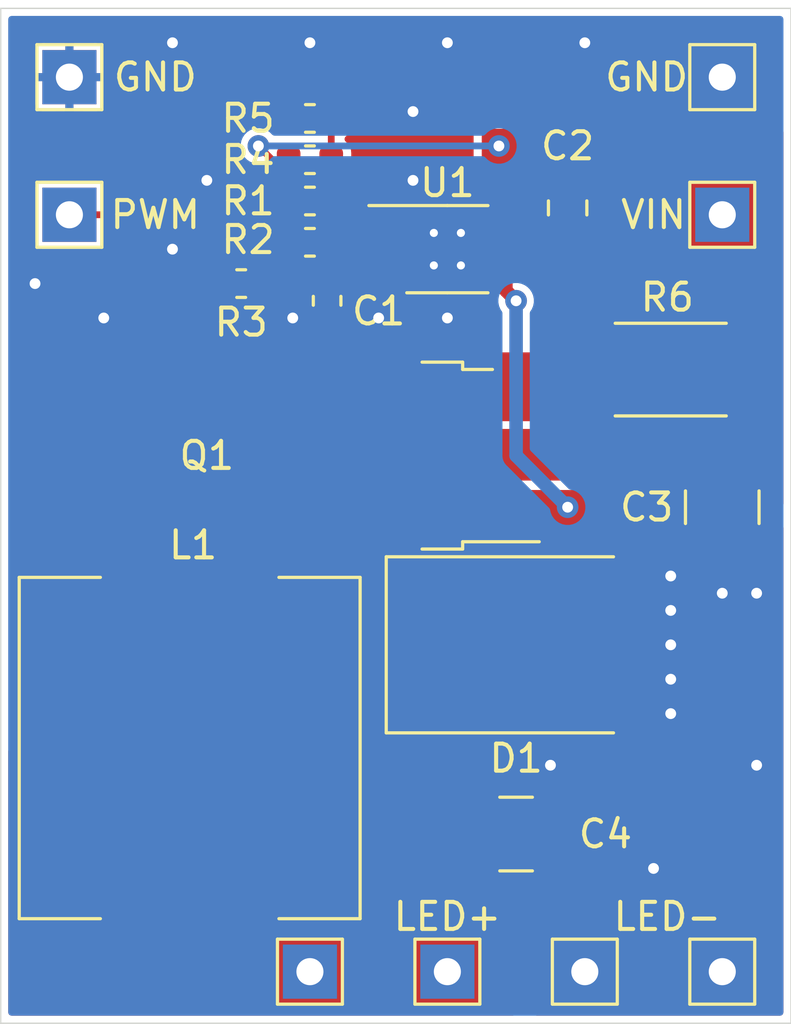
<source format=kicad_pcb>
(kicad_pcb (version 20171130) (host pcbnew "(5.1.9)-1")

  (general
    (thickness 1.6)
    (drawings 4)
    (tracks 66)
    (zones 0)
    (modules 22)
    (nets 13)
  )

  (page A4)
  (layers
    (0 F.Cu signal)
    (31 B.Cu signal)
    (32 B.Adhes user)
    (33 F.Adhes user)
    (34 B.Paste user)
    (35 F.Paste user)
    (36 B.SilkS user hide)
    (37 F.SilkS user)
    (38 B.Mask user)
    (39 F.Mask user)
    (40 Dwgs.User user)
    (41 Cmts.User user)
    (42 Eco1.User user)
    (43 Eco2.User user)
    (44 Edge.Cuts user)
    (45 Margin user)
    (46 B.CrtYd user)
    (47 F.CrtYd user)
    (48 B.Fab user hide)
    (49 F.Fab user hide)
  )

  (setup
    (last_trace_width 0.25)
    (user_trace_width 0.5)
    (user_trace_width 1)
    (user_trace_width 2)
    (trace_clearance 0.2)
    (zone_clearance 0.3)
    (zone_45_only yes)
    (trace_min 0.2)
    (via_size 0.8)
    (via_drill 0.4)
    (via_min_size 0.4)
    (via_min_drill 0.3)
    (uvia_size 0.3)
    (uvia_drill 0.1)
    (uvias_allowed no)
    (uvia_min_size 0.2)
    (uvia_min_drill 0.1)
    (edge_width 0.05)
    (segment_width 0.2)
    (pcb_text_width 0.3)
    (pcb_text_size 1.5 1.5)
    (mod_edge_width 0.12)
    (mod_text_size 1 1)
    (mod_text_width 0.15)
    (pad_size 0.5 0.5)
    (pad_drill 0.3)
    (pad_to_mask_clearance 0)
    (aux_axis_origin 0 0)
    (visible_elements 7FFFFFFF)
    (pcbplotparams
      (layerselection 0x010f0_ffffffff)
      (usegerberextensions false)
      (usegerberattributes true)
      (usegerberadvancedattributes true)
      (creategerberjobfile true)
      (excludeedgelayer true)
      (linewidth 0.100000)
      (plotframeref false)
      (viasonmask false)
      (mode 1)
      (useauxorigin false)
      (hpglpennumber 1)
      (hpglpenspeed 20)
      (hpglpendiameter 15.000000)
      (psnegative false)
      (psa4output false)
      (plotreference true)
      (plotvalue true)
      (plotinvisibletext false)
      (padsonsilk false)
      (subtractmaskfromsilk false)
      (outputformat 1)
      (mirror false)
      (drillshape 0)
      (scaleselection 1)
      (outputdirectory "gerbers/"))
  )

  (net 0 "")
  (net 1 GND)
  (net 2 "Net-(R1-Pad2)")
  (net 3 "Net-(R4-Pad1)")
  (net 4 /COFF)
  (net 5 /VIN)
  (net 6 /CSN)
  (net 7 /PGATE)
  (net 8 /IADJ)
  (net 9 /LED+)
  (net 10 /SW)
  (net 11 /VCC)
  (net 12 /PWM)

  (net_class Default "This is the default net class."
    (clearance 0.2)
    (trace_width 0.25)
    (via_dia 0.8)
    (via_drill 0.4)
    (uvia_dia 0.3)
    (uvia_drill 0.1)
    (add_net /COFF)
    (add_net /CSN)
    (add_net /IADJ)
    (add_net /LED+)
    (add_net /PGATE)
    (add_net /PWM)
    (add_net /SW)
    (add_net /VCC)
    (add_net /VIN)
    (add_net GND)
    (add_net "Net-(R1-Pad2)")
    (add_net "Net-(R4-Pad1)")
  )

  (module TestPoint:TestPoint_THTPad_2.0x2.0mm_Drill1.0mm (layer F.Cu) (tedit 60488EDC) (tstamp 6048DF58)
    (at 138.43 101.6)
    (descr "THT rectangular pad as test Point, square 2.0mm_Drill1.0mm  side length, hole diameter 1.0mm")
    (tags "test point THT pad rectangle square")
    (path /605F6A0D)
    (attr virtual)
    (fp_text reference GND (at 3.175 0) (layer F.SilkS)
      (effects (font (size 1 1) (thickness 0.15)))
    )
    (fp_text value GND (at 0 2.05) (layer F.Fab)
      (effects (font (size 1 1) (thickness 0.15)))
    )
    (fp_line (start 1.5 1.5) (end -1.5 1.5) (layer F.CrtYd) (width 0.05))
    (fp_line (start 1.5 1.5) (end 1.5 -1.5) (layer F.CrtYd) (width 0.05))
    (fp_line (start -1.5 -1.5) (end -1.5 1.5) (layer F.CrtYd) (width 0.05))
    (fp_line (start -1.5 -1.5) (end 1.5 -1.5) (layer F.CrtYd) (width 0.05))
    (fp_line (start -1.2 1.2) (end -1.2 -1.2) (layer F.SilkS) (width 0.12))
    (fp_line (start 1.2 1.2) (end -1.2 1.2) (layer F.SilkS) (width 0.12))
    (fp_line (start 1.2 -1.2) (end 1.2 1.2) (layer F.SilkS) (width 0.12))
    (fp_line (start -1.2 -1.2) (end 1.2 -1.2) (layer F.SilkS) (width 0.12))
    (fp_text user %R (at 0 -2) (layer F.Fab)
      (effects (font (size 1 1) (thickness 0.15)))
    )
    (pad 1 thru_hole rect (at 0 0) (size 2 2) (drill 1) (layers *.Cu *.Mask)
      (net 1 GND) (zone_connect 1))
  )

  (module TestPoint:TestPoint_THTPad_2.0x2.0mm_Drill1.0mm (layer F.Cu) (tedit 5A0F774F) (tstamp 6048DCF0)
    (at 147.32 134.62)
    (descr "THT rectangular pad as test Point, square 2.0mm_Drill1.0mm  side length, hole diameter 1.0mm")
    (tags "test point THT pad rectangle square")
    (path /605F8715)
    (attr virtual)
    (fp_text reference LED+ (at -3.302 0) (layer F.SilkS) hide
      (effects (font (size 1 1) (thickness 0.15)))
    )
    (fp_text value +LED (at 0 2.05) (layer F.Fab)
      (effects (font (size 1 1) (thickness 0.15)))
    )
    (fp_line (start 1.5 1.5) (end -1.5 1.5) (layer F.CrtYd) (width 0.05))
    (fp_line (start 1.5 1.5) (end 1.5 -1.5) (layer F.CrtYd) (width 0.05))
    (fp_line (start -1.5 -1.5) (end -1.5 1.5) (layer F.CrtYd) (width 0.05))
    (fp_line (start -1.5 -1.5) (end 1.5 -1.5) (layer F.CrtYd) (width 0.05))
    (fp_line (start -1.2 1.2) (end -1.2 -1.2) (layer F.SilkS) (width 0.12))
    (fp_line (start 1.2 1.2) (end -1.2 1.2) (layer F.SilkS) (width 0.12))
    (fp_line (start 1.2 -1.2) (end 1.2 1.2) (layer F.SilkS) (width 0.12))
    (fp_line (start -1.2 -1.2) (end 1.2 -1.2) (layer F.SilkS) (width 0.12))
    (fp_text user %R (at 0 -2) (layer F.Fab)
      (effects (font (size 1 1) (thickness 0.15)))
    )
    (pad 1 thru_hole rect (at 0 0) (size 2 2) (drill 1) (layers *.Cu *.Mask)
      (net 9 /LED+))
  )

  (module TestPoint:TestPoint_THTPad_2.0x2.0mm_Drill1.0mm (layer F.Cu) (tedit 5A0F774F) (tstamp 6048DC9F)
    (at 162.56 134.62)
    (descr "THT rectangular pad as test Point, square 2.0mm_Drill1.0mm  side length, hole diameter 1.0mm")
    (tags "test point THT pad rectangle square")
    (path /605F8D41)
    (attr virtual)
    (fp_text reference TP4 (at 0 -1.998) (layer F.SilkS) hide
      (effects (font (size 1 1) (thickness 0.15)))
    )
    (fp_text value LED- (at 0 2.05) (layer F.Fab)
      (effects (font (size 1 1) (thickness 0.15)))
    )
    (fp_line (start 1.5 1.5) (end -1.5 1.5) (layer F.CrtYd) (width 0.05))
    (fp_line (start 1.5 1.5) (end 1.5 -1.5) (layer F.CrtYd) (width 0.05))
    (fp_line (start -1.5 -1.5) (end -1.5 1.5) (layer F.CrtYd) (width 0.05))
    (fp_line (start -1.5 -1.5) (end 1.5 -1.5) (layer F.CrtYd) (width 0.05))
    (fp_line (start -1.2 1.2) (end -1.2 -1.2) (layer F.SilkS) (width 0.12))
    (fp_line (start 1.2 1.2) (end -1.2 1.2) (layer F.SilkS) (width 0.12))
    (fp_line (start 1.2 -1.2) (end 1.2 1.2) (layer F.SilkS) (width 0.12))
    (fp_line (start -1.2 -1.2) (end 1.2 -1.2) (layer F.SilkS) (width 0.12))
    (fp_text user %R (at 0 -2) (layer F.Fab)
      (effects (font (size 1 1) (thickness 0.15)))
    )
    (pad 1 thru_hole rect (at 0 0) (size 2 2) (drill 1) (layers *.Cu *.Mask)
      (net 1 GND))
  )

  (module Package_SO:MSOP-10-1EP_3x3mm_P0.5mm_EP1.73x1.98mm_ThermalVias (layer F.Cu) (tedit 60488F39) (tstamp 604884FF)
    (at 152.4 107.95)
    (descr "MSOP, 10 Pin (www.allegromicro.com/~/media/Files/Datasheets/A4952-3-Datasheet.ashx?la=en#page=10), generated with kicad-footprint-generator ipc_gullwing_generator.py")
    (tags "MSOP SO")
    (path /6059A7EF)
    (attr smd)
    (fp_text reference U1 (at 0 -2.45) (layer F.SilkS)
      (effects (font (size 1 1) (thickness 0.15)))
    )
    (fp_text value LM3409HV (at 0 2.45) (layer F.Fab)
      (effects (font (size 1 1) (thickness 0.15)))
    )
    (fp_line (start 0 1.61) (end 1.5 1.61) (layer F.SilkS) (width 0.12))
    (fp_line (start 0 1.61) (end -1.5 1.61) (layer F.SilkS) (width 0.12))
    (fp_line (start 0 -1.61) (end 1.5 -1.61) (layer F.SilkS) (width 0.12))
    (fp_line (start 0 -1.61) (end -2.9 -1.61) (layer F.SilkS) (width 0.12))
    (fp_line (start -0.75 -1.5) (end 1.5 -1.5) (layer F.Fab) (width 0.1))
    (fp_line (start 1.5 -1.5) (end 1.5 1.5) (layer F.Fab) (width 0.1))
    (fp_line (start 1.5 1.5) (end -1.5 1.5) (layer F.Fab) (width 0.1))
    (fp_line (start -1.5 1.5) (end -1.5 -0.75) (layer F.Fab) (width 0.1))
    (fp_line (start -1.5 -0.75) (end -0.75 -1.5) (layer F.Fab) (width 0.1))
    (fp_line (start -3.15 -1.75) (end -3.15 1.75) (layer F.CrtYd) (width 0.05))
    (fp_line (start -3.15 1.75) (end 3.15 1.75) (layer F.CrtYd) (width 0.05))
    (fp_line (start 3.15 1.75) (end 3.15 -1.75) (layer F.CrtYd) (width 0.05))
    (fp_line (start 3.15 -1.75) (end -3.15 -1.75) (layer F.CrtYd) (width 0.05))
    (fp_text user %R (at 0 0) (layer F.Fab)
      (effects (font (size 0.75 0.75) (thickness 0.11)))
    )
    (pad "" smd roundrect (at 0.43 0.495) (size 0.72 0.83) (layers F.Paste) (roundrect_rratio 0.25))
    (pad "" smd roundrect (at 0.43 -0.495) (size 0.72 0.83) (layers F.Paste) (roundrect_rratio 0.25))
    (pad "" smd roundrect (at -0.43 0.495) (size 0.72 0.83) (layers F.Paste) (roundrect_rratio 0.25))
    (pad "" smd roundrect (at -0.43 -0.495) (size 0.72 0.83) (layers F.Paste) (roundrect_rratio 0.25))
    (pad 11 smd rect (at 0 0) (size 1.5 1.7) (layers B.Cu)
      (net 1 GND))
    (pad 11 thru_hole circle (at 0.5 0.6) (size 0.5 0.5) (drill 0.3) (layers *.Cu)
      (net 1 GND) (zone_connect 2))
    (pad 11 thru_hole circle (at -0.5 0.6) (size 0.5 0.5) (drill 0.3) (layers *.Cu)
      (net 1 GND) (zone_connect 2))
    (pad 11 thru_hole circle (at 0.5 -0.6) (size 0.5 0.5) (drill 0.3) (layers *.Cu)
      (net 1 GND) (zone_connect 2))
    (pad 11 thru_hole circle (at -0.5 -0.6) (size 0.5 0.5) (drill 0.3) (layers *.Cu)
      (net 1 GND) (zone_connect 2))
    (pad 11 smd rect (at 0 0) (size 1.73 1.98) (layers F.Cu F.Mask)
      (net 1 GND) (zone_connect 2))
    (pad 10 smd roundrect (at 2.1625 -1) (size 1.475 0.3) (layers F.Cu F.Paste F.Mask) (roundrect_rratio 0.25)
      (net 5 /VIN) (zone_connect 2))
    (pad 9 smd roundrect (at 2.1625 -0.5) (size 1.475 0.3) (layers F.Cu F.Paste F.Mask) (roundrect_rratio 0.25)
      (net 11 /VCC))
    (pad 8 smd roundrect (at 2.1625 0) (size 1.475 0.3) (layers F.Cu F.Paste F.Mask) (roundrect_rratio 0.25)
      (net 5 /VIN) (zone_connect 2))
    (pad 7 smd roundrect (at 2.1625 0.5) (size 1.475 0.3) (layers F.Cu F.Paste F.Mask) (roundrect_rratio 0.25)
      (net 6 /CSN))
    (pad 6 smd roundrect (at 2.1625 1) (size 1.475 0.3) (layers F.Cu F.Paste F.Mask) (roundrect_rratio 0.25)
      (net 7 /PGATE))
    (pad 5 smd roundrect (at -2.1625 1) (size 1.475 0.3) (layers F.Cu F.Paste F.Mask) (roundrect_rratio 0.25)
      (net 1 GND) (zone_connect 2))
    (pad 4 smd roundrect (at -2.1625 0.5) (size 1.475 0.3) (layers F.Cu F.Paste F.Mask) (roundrect_rratio 0.25)
      (net 4 /COFF))
    (pad 3 smd roundrect (at -2.1625 0) (size 1.475 0.3) (layers F.Cu F.Paste F.Mask) (roundrect_rratio 0.25)
      (net 2 "Net-(R1-Pad2)"))
    (pad 2 smd roundrect (at -2.1625 -0.5) (size 1.475 0.3) (layers F.Cu F.Paste F.Mask) (roundrect_rratio 0.25)
      (net 8 /IADJ))
    (pad 1 smd roundrect (at -2.1625 -1) (size 1.475 0.3) (layers F.Cu F.Paste F.Mask) (roundrect_rratio 0.25)
      (net 3 "Net-(R4-Pad1)"))
    (model ${KISYS3DMOD}/Package_SO.3dshapes/MSOP-10-1EP_3x3mm_P0.5mm_EP1.68x1.88mm.step
      (at (xyz 0 0 0))
      (scale (xyz 1 1 1))
      (rotate (xyz 0 0 0))
    )
  )

  (module Inductor_SMD:L_12x12mm_H4.5mm (layer F.Cu) (tedit 5990349B) (tstamp 604880DE)
    (at 142.875 126.365 270)
    (descr "Choke, SMD, 12x12mm 4.5mm height")
    (tags "Choke SMD")
    (path /605A7FA6)
    (attr smd)
    (fp_text reference L1 (at -7.493 -0.127 180) (layer F.SilkS)
      (effects (font (size 1 1) (thickness 0.15)))
    )
    (fp_text value CDRH127/LDNP-220MC (at 0 8.89 90) (layer F.Fab)
      (effects (font (size 1 1) (thickness 0.15)))
    )
    (fp_line (start 6.3 3.3) (end 6.3 6.3) (layer F.SilkS) (width 0.12))
    (fp_line (start 6.3 6.3) (end -6.3 6.3) (layer F.SilkS) (width 0.12))
    (fp_line (start -6.3 6.3) (end -6.3 3.3) (layer F.SilkS) (width 0.12))
    (fp_line (start -6.3 -3.3) (end -6.3 -6.3) (layer F.SilkS) (width 0.12))
    (fp_line (start -6.3 -6.3) (end 6.3 -6.3) (layer F.SilkS) (width 0.12))
    (fp_line (start 6.3 -6.3) (end 6.3 -3.3) (layer F.SilkS) (width 0.12))
    (fp_line (start -6.86 -6.6) (end 6.86 -6.6) (layer F.CrtYd) (width 0.05))
    (fp_line (start 6.86 -6.6) (end 6.86 6.6) (layer F.CrtYd) (width 0.05))
    (fp_line (start 6.86 6.6) (end -6.86 6.6) (layer F.CrtYd) (width 0.05))
    (fp_line (start -6.86 6.6) (end -6.86 -6.6) (layer F.CrtYd) (width 0.05))
    (fp_line (start 4.9 3.3) (end 5 3.4) (layer F.Fab) (width 0.1))
    (fp_line (start 5 3.4) (end 5.1 3.8) (layer F.Fab) (width 0.1))
    (fp_line (start 5.1 3.8) (end 5 4.3) (layer F.Fab) (width 0.1))
    (fp_line (start 5 4.3) (end 4.8 4.6) (layer F.Fab) (width 0.1))
    (fp_line (start 4.8 4.6) (end 4.5 5) (layer F.Fab) (width 0.1))
    (fp_line (start 4.5 5) (end 4 5.1) (layer F.Fab) (width 0.1))
    (fp_line (start 4 5.1) (end 3.5 5) (layer F.Fab) (width 0.1))
    (fp_line (start 3.5 5) (end 3.1 4.7) (layer F.Fab) (width 0.1))
    (fp_line (start 3.1 4.7) (end 3 4.6) (layer F.Fab) (width 0.1))
    (fp_line (start 3 4.6) (end 2.4 5) (layer F.Fab) (width 0.1))
    (fp_line (start 2.4 5) (end 1.6 5.3) (layer F.Fab) (width 0.1))
    (fp_line (start 1.6 5.3) (end 0.6 5.5) (layer F.Fab) (width 0.1))
    (fp_line (start 0.6 5.5) (end -0.6 5.5) (layer F.Fab) (width 0.1))
    (fp_line (start -0.6 5.5) (end -1.5 5.3) (layer F.Fab) (width 0.1))
    (fp_line (start -1.5 5.3) (end -2.1 5.1) (layer F.Fab) (width 0.1))
    (fp_line (start -2.1 5.1) (end -2.6 4.9) (layer F.Fab) (width 0.1))
    (fp_line (start -2.6 4.9) (end -3 4.7) (layer F.Fab) (width 0.1))
    (fp_line (start -3 4.7) (end -3.3 4.9) (layer F.Fab) (width 0.1))
    (fp_line (start -3.3 4.9) (end -3.9 5.1) (layer F.Fab) (width 0.1))
    (fp_line (start -3.9 5.1) (end -4.3 5) (layer F.Fab) (width 0.1))
    (fp_line (start -4.3 5) (end -4.6 4.8) (layer F.Fab) (width 0.1))
    (fp_line (start -4.6 4.8) (end -4.9 4.6) (layer F.Fab) (width 0.1))
    (fp_line (start -4.9 4.6) (end -5.1 4.1) (layer F.Fab) (width 0.1))
    (fp_line (start -5.1 4.1) (end -5 3.6) (layer F.Fab) (width 0.1))
    (fp_line (start -5 3.6) (end -4.8 3.2) (layer F.Fab) (width 0.1))
    (fp_line (start 4.9 -3.3) (end 5 -3.6) (layer F.Fab) (width 0.1))
    (fp_line (start 5 -3.6) (end 5.1 -4) (layer F.Fab) (width 0.1))
    (fp_line (start 5.1 -4) (end 5 -4.3) (layer F.Fab) (width 0.1))
    (fp_line (start 5 -4.3) (end 4.8 -4.7) (layer F.Fab) (width 0.1))
    (fp_line (start 4.8 -4.7) (end 4.5 -4.9) (layer F.Fab) (width 0.1))
    (fp_line (start 4.5 -4.9) (end 4.2 -5.1) (layer F.Fab) (width 0.1))
    (fp_line (start 4.2 -5.1) (end 3.9 -5.1) (layer F.Fab) (width 0.1))
    (fp_line (start 3.9 -5.1) (end 3.6 -5) (layer F.Fab) (width 0.1))
    (fp_line (start 3.6 -5) (end 3.3 -4.9) (layer F.Fab) (width 0.1))
    (fp_line (start 3.3 -4.9) (end 3 -4.6) (layer F.Fab) (width 0.1))
    (fp_line (start 3 -4.6) (end 2.6 -4.9) (layer F.Fab) (width 0.1))
    (fp_line (start 2.6 -4.9) (end 2.2 -5.1) (layer F.Fab) (width 0.1))
    (fp_line (start 2.2 -5.1) (end 1.7 -5.3) (layer F.Fab) (width 0.1))
    (fp_line (start 1.7 -5.3) (end 0.9 -5.5) (layer F.Fab) (width 0.1))
    (fp_line (start 0.9 -5.5) (end 0 -5.6) (layer F.Fab) (width 0.1))
    (fp_line (start 0 -5.6) (end -0.8 -5.5) (layer F.Fab) (width 0.1))
    (fp_line (start -0.8 -5.5) (end -1.7 -5.3) (layer F.Fab) (width 0.1))
    (fp_line (start -1.7 -5.3) (end -2.6 -4.9) (layer F.Fab) (width 0.1))
    (fp_line (start -2.6 -4.9) (end -3 -4.7) (layer F.Fab) (width 0.1))
    (fp_line (start -3 -4.7) (end -3.3 -4.9) (layer F.Fab) (width 0.1))
    (fp_line (start -3.3 -4.9) (end -3.7 -5.1) (layer F.Fab) (width 0.1))
    (fp_line (start -3.7 -5.1) (end -4.2 -5) (layer F.Fab) (width 0.1))
    (fp_line (start -4.2 -5) (end -4.6 -4.8) (layer F.Fab) (width 0.1))
    (fp_line (start -4.6 -4.8) (end -4.9 -4.5) (layer F.Fab) (width 0.1))
    (fp_line (start -4.9 -4.5) (end -5.1 -4) (layer F.Fab) (width 0.1))
    (fp_line (start -5.1 -4) (end -5 -3.5) (layer F.Fab) (width 0.1))
    (fp_line (start -5 -3.5) (end -4.8 -3.2) (layer F.Fab) (width 0.1))
    (fp_line (start -6.2 3.3) (end -6.2 6.2) (layer F.Fab) (width 0.1))
    (fp_line (start -6.2 6.2) (end 6.2 6.2) (layer F.Fab) (width 0.1))
    (fp_line (start 6.2 6.2) (end 6.2 3.3) (layer F.Fab) (width 0.1))
    (fp_line (start 6.2 -6.2) (end -6.2 -6.2) (layer F.Fab) (width 0.1))
    (fp_line (start -6.2 -6.2) (end -6.2 -3.3) (layer F.Fab) (width 0.1))
    (fp_line (start 6.2 -6.2) (end 6.2 -3.3) (layer F.Fab) (width 0.1))
    (fp_circle (center 0 0) (end 0.9 0) (layer F.Adhes) (width 0.38))
    (fp_circle (center 0 0) (end 0.55 0) (layer F.Adhes) (width 0.38))
    (fp_circle (center 0 0) (end 0.15 0.15) (layer F.Adhes) (width 0.38))
    (fp_circle (center -2.1 3) (end -1.8 3.25) (layer F.Fab) (width 0.1))
    (fp_text user %R (at 0 0 90) (layer F.Fab)
      (effects (font (size 1 1) (thickness 0.15)))
    )
    (pad 2 smd rect (at 4.95 0 270) (size 2.9 5.4) (layers F.Cu F.Paste F.Mask)
      (net 9 /LED+))
    (pad 1 smd rect (at -4.95 0 270) (size 2.9 5.4) (layers F.Cu F.Paste F.Mask)
      (net 10 /SW))
    (model ${KIPRJMOD}/3d/CDRH127_1.step
      (at (xyz 0 0 0))
      (scale (xyz 1 1 1))
      (rotate (xyz 0 0 90))
    )
  )

  (module TestPoint:TestPoint_THTPad_2.0x2.0mm_Drill1.0mm (layer F.Cu) (tedit 5A0F774F) (tstamp 60487AB9)
    (at 162.56 101.6)
    (descr "THT rectangular pad as test Point, square 2.0mm_Drill1.0mm  side length, hole diameter 1.0mm")
    (tags "test point THT pad rectangle square")
    (path /605F6A0D)
    (attr virtual)
    (fp_text reference GND (at -2.794 0) (layer F.SilkS)
      (effects (font (size 1 1) (thickness 0.15)))
    )
    (fp_text value GND (at 0 2.05) (layer F.Fab)
      (effects (font (size 1 1) (thickness 0.15)))
    )
    (fp_line (start -1.2 -1.2) (end 1.2 -1.2) (layer F.SilkS) (width 0.12))
    (fp_line (start 1.2 -1.2) (end 1.2 1.2) (layer F.SilkS) (width 0.12))
    (fp_line (start 1.2 1.2) (end -1.2 1.2) (layer F.SilkS) (width 0.12))
    (fp_line (start -1.2 1.2) (end -1.2 -1.2) (layer F.SilkS) (width 0.12))
    (fp_line (start -1.5 -1.5) (end 1.5 -1.5) (layer F.CrtYd) (width 0.05))
    (fp_line (start -1.5 -1.5) (end -1.5 1.5) (layer F.CrtYd) (width 0.05))
    (fp_line (start 1.5 1.5) (end 1.5 -1.5) (layer F.CrtYd) (width 0.05))
    (fp_line (start 1.5 1.5) (end -1.5 1.5) (layer F.CrtYd) (width 0.05))
    (fp_text user %R (at 0 -2) (layer F.Fab)
      (effects (font (size 1 1) (thickness 0.15)))
    )
    (pad 1 thru_hole rect (at 0 0) (size 2 2) (drill 1) (layers *.Cu *.Mask)
      (net 1 GND))
  )

  (module TestPoint:TestPoint_THTPad_2.0x2.0mm_Drill1.0mm (layer F.Cu) (tedit 5A0F774F) (tstamp 60487AAB)
    (at 157.48 134.62)
    (descr "THT rectangular pad as test Point, square 2.0mm_Drill1.0mm  side length, hole diameter 1.0mm")
    (tags "test point THT pad rectangle square")
    (path /605F8D41)
    (attr virtual)
    (fp_text reference LED- (at 3.048 -2.032 180) (layer F.SilkS)
      (effects (font (size 1 1) (thickness 0.15)))
    )
    (fp_text value LED- (at 0 2.05) (layer F.Fab)
      (effects (font (size 1 1) (thickness 0.15)))
    )
    (fp_line (start -1.2 -1.2) (end 1.2 -1.2) (layer F.SilkS) (width 0.12))
    (fp_line (start 1.2 -1.2) (end 1.2 1.2) (layer F.SilkS) (width 0.12))
    (fp_line (start 1.2 1.2) (end -1.2 1.2) (layer F.SilkS) (width 0.12))
    (fp_line (start -1.2 1.2) (end -1.2 -1.2) (layer F.SilkS) (width 0.12))
    (fp_line (start -1.5 -1.5) (end 1.5 -1.5) (layer F.CrtYd) (width 0.05))
    (fp_line (start -1.5 -1.5) (end -1.5 1.5) (layer F.CrtYd) (width 0.05))
    (fp_line (start 1.5 1.5) (end 1.5 -1.5) (layer F.CrtYd) (width 0.05))
    (fp_line (start 1.5 1.5) (end -1.5 1.5) (layer F.CrtYd) (width 0.05))
    (fp_text user %R (at 0 -2) (layer F.Fab)
      (effects (font (size 1 1) (thickness 0.15)))
    )
    (pad 1 thru_hole rect (at 0 0) (size 2 2) (drill 1) (layers *.Cu *.Mask)
      (net 1 GND))
  )

  (module TestPoint:TestPoint_THTPad_2.0x2.0mm_Drill1.0mm (layer F.Cu) (tedit 5A0F774F) (tstamp 60487A9D)
    (at 152.4 134.62)
    (descr "THT rectangular pad as test Point, square 2.0mm_Drill1.0mm  side length, hole diameter 1.0mm")
    (tags "test point THT pad rectangle square")
    (path /605F8715)
    (attr virtual)
    (fp_text reference LED+ (at 0 -2.032 180) (layer F.SilkS)
      (effects (font (size 1 1) (thickness 0.15)))
    )
    (fp_text value +LED (at 0 2.05) (layer F.Fab)
      (effects (font (size 1 1) (thickness 0.15)))
    )
    (fp_line (start -1.2 -1.2) (end 1.2 -1.2) (layer F.SilkS) (width 0.12))
    (fp_line (start 1.2 -1.2) (end 1.2 1.2) (layer F.SilkS) (width 0.12))
    (fp_line (start 1.2 1.2) (end -1.2 1.2) (layer F.SilkS) (width 0.12))
    (fp_line (start -1.2 1.2) (end -1.2 -1.2) (layer F.SilkS) (width 0.12))
    (fp_line (start -1.5 -1.5) (end 1.5 -1.5) (layer F.CrtYd) (width 0.05))
    (fp_line (start -1.5 -1.5) (end -1.5 1.5) (layer F.CrtYd) (width 0.05))
    (fp_line (start 1.5 1.5) (end 1.5 -1.5) (layer F.CrtYd) (width 0.05))
    (fp_line (start 1.5 1.5) (end -1.5 1.5) (layer F.CrtYd) (width 0.05))
    (fp_text user %R (at 0 -2) (layer F.Fab)
      (effects (font (size 1 1) (thickness 0.15)))
    )
    (pad 1 thru_hole rect (at 0 0) (size 2 2) (drill 1) (layers *.Cu *.Mask)
      (net 9 /LED+))
  )

  (module TestPoint:TestPoint_THTPad_2.0x2.0mm_Drill1.0mm (layer F.Cu) (tedit 5A0F774F) (tstamp 60487A8F)
    (at 162.56 106.68)
    (descr "THT rectangular pad as test Point, square 2.0mm_Drill1.0mm  side length, hole diameter 1.0mm")
    (tags "test point THT pad rectangle square")
    (path /605F47D9)
    (attr virtual)
    (fp_text reference VIN (at -2.54 0) (layer F.SilkS)
      (effects (font (size 1 1) (thickness 0.15)))
    )
    (fp_text value +VIN (at 0 2.05) (layer F.Fab)
      (effects (font (size 1 1) (thickness 0.15)))
    )
    (fp_line (start -1.2 -1.2) (end 1.2 -1.2) (layer F.SilkS) (width 0.12))
    (fp_line (start 1.2 -1.2) (end 1.2 1.2) (layer F.SilkS) (width 0.12))
    (fp_line (start 1.2 1.2) (end -1.2 1.2) (layer F.SilkS) (width 0.12))
    (fp_line (start -1.2 1.2) (end -1.2 -1.2) (layer F.SilkS) (width 0.12))
    (fp_line (start -1.5 -1.5) (end 1.5 -1.5) (layer F.CrtYd) (width 0.05))
    (fp_line (start -1.5 -1.5) (end -1.5 1.5) (layer F.CrtYd) (width 0.05))
    (fp_line (start 1.5 1.5) (end 1.5 -1.5) (layer F.CrtYd) (width 0.05))
    (fp_line (start 1.5 1.5) (end -1.5 1.5) (layer F.CrtYd) (width 0.05))
    (fp_text user %R (at 0 -2) (layer F.Fab)
      (effects (font (size 1 1) (thickness 0.15)))
    )
    (pad 1 thru_hole rect (at 0 0) (size 2 2) (drill 1) (layers *.Cu *.Mask)
      (net 5 /VIN))
  )

  (module TestPoint:TestPoint_THTPad_2.0x2.0mm_Drill1.0mm (layer F.Cu) (tedit 5A0F774F) (tstamp 60487A81)
    (at 138.43 106.68)
    (descr "THT rectangular pad as test Point, square 2.0mm_Drill1.0mm  side length, hole diameter 1.0mm")
    (tags "test point THT pad rectangle square")
    (path /605ED854)
    (attr virtual)
    (fp_text reference PWM (at 3.175 0) (layer F.SilkS)
      (effects (font (size 1 1) (thickness 0.15)))
    )
    (fp_text value PWM (at 0 2.05) (layer F.Fab)
      (effects (font (size 1 1) (thickness 0.15)))
    )
    (fp_line (start -1.2 -1.2) (end 1.2 -1.2) (layer F.SilkS) (width 0.12))
    (fp_line (start 1.2 -1.2) (end 1.2 1.2) (layer F.SilkS) (width 0.12))
    (fp_line (start 1.2 1.2) (end -1.2 1.2) (layer F.SilkS) (width 0.12))
    (fp_line (start -1.2 1.2) (end -1.2 -1.2) (layer F.SilkS) (width 0.12))
    (fp_line (start -1.5 -1.5) (end 1.5 -1.5) (layer F.CrtYd) (width 0.05))
    (fp_line (start -1.5 -1.5) (end -1.5 1.5) (layer F.CrtYd) (width 0.05))
    (fp_line (start 1.5 1.5) (end 1.5 -1.5) (layer F.CrtYd) (width 0.05))
    (fp_line (start 1.5 1.5) (end -1.5 1.5) (layer F.CrtYd) (width 0.05))
    (fp_text user %R (at 0 -2) (layer F.Fab)
      (effects (font (size 1 1) (thickness 0.15)))
    )
    (pad 1 thru_hole rect (at 0 0) (size 2 2) (drill 1) (layers *.Cu *.Mask)
      (net 12 /PWM))
  )

  (module Resistor_SMD:R_2512_6332Metric_Pad1.52x3.35mm_HandSolder (layer F.Cu) (tedit 60487C2A) (tstamp 60487A73)
    (at 160.655 112.395 180)
    (descr "Resistor SMD 2512 (6332 Metric), square (rectangular) end terminal, IPC_7351 nominal with elongated pad for handsoldering. (Body size source: http://www.tortai-tech.com/upload/download/2011102023233369053.pdf), generated with kicad-footprint-generator")
    (tags "resistor handsolder")
    (path /6059B8CF)
    (attr smd)
    (fp_text reference R6 (at 0.127 2.667) (layer F.SilkS)
      (effects (font (size 1 1) (thickness 0.15)))
    )
    (fp_text value "WSL2512R2000FEA " (at 0 2.62) (layer F.Fab)
      (effects (font (size 1 1) (thickness 0.15)))
    )
    (fp_line (start -3.15 1.6) (end -3.15 -1.6) (layer F.Fab) (width 0.1))
    (fp_line (start -3.15 -1.6) (end 3.15 -1.6) (layer F.Fab) (width 0.1))
    (fp_line (start 3.15 -1.6) (end 3.15 1.6) (layer F.Fab) (width 0.1))
    (fp_line (start 3.15 1.6) (end -3.15 1.6) (layer F.Fab) (width 0.1))
    (fp_line (start -2.052064 -1.71) (end 2.052064 -1.71) (layer F.SilkS) (width 0.12))
    (fp_line (start -2.052064 1.71) (end 2.052064 1.71) (layer F.SilkS) (width 0.12))
    (fp_line (start -4 1.92) (end -4 -1.92) (layer F.CrtYd) (width 0.05))
    (fp_line (start -4 -1.92) (end 4 -1.92) (layer F.CrtYd) (width 0.05))
    (fp_line (start 4 -1.92) (end 4 1.92) (layer F.CrtYd) (width 0.05))
    (fp_line (start 4 1.92) (end -4 1.92) (layer F.CrtYd) (width 0.05))
    (fp_text user %R (at 0 0) (layer F.Fab)
      (effects (font (size 1 1) (thickness 0.15)))
    )
    (pad 2 smd roundrect (at 2.9875 0 180) (size 1.525 3.35) (layers F.Cu F.Paste F.Mask) (roundrect_rratio 0.1639337704918033)
      (net 6 /CSN))
    (pad 1 smd roundrect (at -2.9875 0 180) (size 1.525 3.35) (layers F.Cu F.Paste F.Mask) (roundrect_rratio 0.1639993442622951)
      (net 5 /VIN) (zone_connect 2))
    (model ${KISYS3DMOD}/Resistor_SMD.3dshapes/R_2512_6332Metric.wrl
      (at (xyz 0 0 0))
      (scale (xyz 1 1 1))
      (rotate (xyz 0 0 0))
    )
  )

  (module Resistor_SMD:R_0603_1608Metric (layer F.Cu) (tedit 5B301BBD) (tstamp 60487A62)
    (at 147.32 104.648)
    (descr "Resistor SMD 0603 (1608 Metric), square (rectangular) end terminal, IPC_7351 nominal, (Body size source: http://www.tortai-tech.com/upload/download/2011102023233369053.pdf), generated with kicad-footprint-generator")
    (tags resistor)
    (path /6059CCC9)
    (attr smd)
    (fp_text reference R5 (at -2.286 -1.524) (layer F.SilkS)
      (effects (font (size 1 1) (thickness 0.15)))
    )
    (fp_text value 49K9 (at 0 1.43) (layer F.Fab)
      (effects (font (size 1 1) (thickness 0.15)))
    )
    (fp_line (start -0.8 0.4) (end -0.8 -0.4) (layer F.Fab) (width 0.1))
    (fp_line (start -0.8 -0.4) (end 0.8 -0.4) (layer F.Fab) (width 0.1))
    (fp_line (start 0.8 -0.4) (end 0.8 0.4) (layer F.Fab) (width 0.1))
    (fp_line (start 0.8 0.4) (end -0.8 0.4) (layer F.Fab) (width 0.1))
    (fp_line (start -0.162779 -0.51) (end 0.162779 -0.51) (layer F.SilkS) (width 0.12))
    (fp_line (start -0.162779 0.51) (end 0.162779 0.51) (layer F.SilkS) (width 0.12))
    (fp_line (start -1.48 0.73) (end -1.48 -0.73) (layer F.CrtYd) (width 0.05))
    (fp_line (start -1.48 -0.73) (end 1.48 -0.73) (layer F.CrtYd) (width 0.05))
    (fp_line (start 1.48 -0.73) (end 1.48 0.73) (layer F.CrtYd) (width 0.05))
    (fp_line (start 1.48 0.73) (end -1.48 0.73) (layer F.CrtYd) (width 0.05))
    (fp_text user %R (at 0 0) (layer F.Fab)
      (effects (font (size 0.4 0.4) (thickness 0.06)))
    )
    (pad 2 smd roundrect (at 0.7875 0) (size 0.875 0.95) (layers F.Cu F.Paste F.Mask) (roundrect_rratio 0.25)
      (net 3 "Net-(R4-Pad1)"))
    (pad 1 smd roundrect (at -0.7875 0) (size 0.875 0.95) (layers F.Cu F.Paste F.Mask) (roundrect_rratio 0.25)
      (net 5 /VIN))
    (model ${KISYS3DMOD}/Resistor_SMD.3dshapes/R_0603_1608Metric.wrl
      (at (xyz 0 0 0))
      (scale (xyz 1 1 1))
      (rotate (xyz 0 0 0))
    )
  )

  (module Resistor_SMD:R_0603_1608Metric (layer F.Cu) (tedit 60488EC2) (tstamp 60487A51)
    (at 147.32 103.124 180)
    (descr "Resistor SMD 0603 (1608 Metric), square (rectangular) end terminal, IPC_7351 nominal, (Body size source: http://www.tortai-tech.com/upload/download/2011102023233369053.pdf), generated with kicad-footprint-generator")
    (tags resistor)
    (path /6059D5FE)
    (attr smd)
    (fp_text reference R4 (at 2.286 -1.524) (layer F.SilkS)
      (effects (font (size 1 1) (thickness 0.15)))
    )
    (fp_text value 6K98 (at 0 1.43) (layer F.Fab)
      (effects (font (size 1 1) (thickness 0.15)))
    )
    (fp_line (start -0.8 0.4) (end -0.8 -0.4) (layer F.Fab) (width 0.1))
    (fp_line (start -0.8 -0.4) (end 0.8 -0.4) (layer F.Fab) (width 0.1))
    (fp_line (start 0.8 -0.4) (end 0.8 0.4) (layer F.Fab) (width 0.1))
    (fp_line (start 0.8 0.4) (end -0.8 0.4) (layer F.Fab) (width 0.1))
    (fp_line (start -0.162779 -0.51) (end 0.162779 -0.51) (layer F.SilkS) (width 0.12))
    (fp_line (start -0.162779 0.51) (end 0.162779 0.51) (layer F.SilkS) (width 0.12))
    (fp_line (start -1.48 0.73) (end -1.48 -0.73) (layer F.CrtYd) (width 0.05))
    (fp_line (start -1.48 -0.73) (end 1.48 -0.73) (layer F.CrtYd) (width 0.05))
    (fp_line (start 1.48 -0.73) (end 1.48 0.73) (layer F.CrtYd) (width 0.05))
    (fp_line (start 1.48 0.73) (end -1.48 0.73) (layer F.CrtYd) (width 0.05))
    (fp_text user %R (at 0 0) (layer F.Fab)
      (effects (font (size 0.4 0.4) (thickness 0.06)))
    )
    (pad 2 smd roundrect (at 0.7875 0 180) (size 0.875 0.95) (layers F.Cu F.Paste F.Mask) (roundrect_rratio 0.25)
      (net 1 GND) (zone_connect 1))
    (pad 1 smd roundrect (at -0.7875 0 180) (size 0.875 0.95) (layers F.Cu F.Paste F.Mask) (roundrect_rratio 0.25)
      (net 3 "Net-(R4-Pad1)"))
    (model ${KISYS3DMOD}/Resistor_SMD.3dshapes/R_0603_1608Metric.wrl
      (at (xyz 0 0 0))
      (scale (xyz 1 1 1))
      (rotate (xyz 0 0 0))
    )
  )

  (module Resistor_SMD:R_0603_1608Metric (layer F.Cu) (tedit 5B301BBD) (tstamp 60487A40)
    (at 144.78 109.22 180)
    (descr "Resistor SMD 0603 (1608 Metric), square (rectangular) end terminal, IPC_7351 nominal, (Body size source: http://www.tortai-tech.com/upload/download/2011102023233369053.pdf), generated with kicad-footprint-generator")
    (tags resistor)
    (path /605A2F57)
    (attr smd)
    (fp_text reference R3 (at 0 -1.43) (layer F.SilkS)
      (effects (font (size 1 1) (thickness 0.15)))
    )
    (fp_text value TBD (at 0 1.43) (layer F.Fab)
      (effects (font (size 1 1) (thickness 0.15)))
    )
    (fp_line (start -0.8 0.4) (end -0.8 -0.4) (layer F.Fab) (width 0.1))
    (fp_line (start -0.8 -0.4) (end 0.8 -0.4) (layer F.Fab) (width 0.1))
    (fp_line (start 0.8 -0.4) (end 0.8 0.4) (layer F.Fab) (width 0.1))
    (fp_line (start 0.8 0.4) (end -0.8 0.4) (layer F.Fab) (width 0.1))
    (fp_line (start -0.162779 -0.51) (end 0.162779 -0.51) (layer F.SilkS) (width 0.12))
    (fp_line (start -0.162779 0.51) (end 0.162779 0.51) (layer F.SilkS) (width 0.12))
    (fp_line (start -1.48 0.73) (end -1.48 -0.73) (layer F.CrtYd) (width 0.05))
    (fp_line (start -1.48 -0.73) (end 1.48 -0.73) (layer F.CrtYd) (width 0.05))
    (fp_line (start 1.48 -0.73) (end 1.48 0.73) (layer F.CrtYd) (width 0.05))
    (fp_line (start 1.48 0.73) (end -1.48 0.73) (layer F.CrtYd) (width 0.05))
    (fp_text user %R (at 0 0) (layer F.Fab)
      (effects (font (size 0.4 0.4) (thickness 0.06)))
    )
    (pad 2 smd roundrect (at 0.7875 0 180) (size 0.875 0.95) (layers F.Cu F.Paste F.Mask) (roundrect_rratio 0.25)
      (net 9 /LED+))
    (pad 1 smd roundrect (at -0.7875 0 180) (size 0.875 0.95) (layers F.Cu F.Paste F.Mask) (roundrect_rratio 0.25)
      (net 4 /COFF))
    (model ${KISYS3DMOD}/Resistor_SMD.3dshapes/R_0603_1608Metric.wrl
      (at (xyz 0 0 0))
      (scale (xyz 1 1 1))
      (rotate (xyz 0 0 0))
    )
  )

  (module Resistor_SMD:R_0603_1608Metric (layer F.Cu) (tedit 60488ECD) (tstamp 60487A2F)
    (at 147.32 106.172 180)
    (descr "Resistor SMD 0603 (1608 Metric), square (rectangular) end terminal, IPC_7351 nominal, (Body size source: http://www.tortai-tech.com/upload/download/2011102023233369053.pdf), generated with kicad-footprint-generator")
    (tags resistor)
    (path /605E84EA)
    (attr smd)
    (fp_text reference R2 (at 2.286 -1.43) (layer F.SilkS)
      (effects (font (size 1 1) (thickness 0.15)))
    )
    (fp_text value DNF (at 0 1.43) (layer F.Fab)
      (effects (font (size 1 1) (thickness 0.15)))
    )
    (fp_line (start -0.8 0.4) (end -0.8 -0.4) (layer F.Fab) (width 0.1))
    (fp_line (start -0.8 -0.4) (end 0.8 -0.4) (layer F.Fab) (width 0.1))
    (fp_line (start 0.8 -0.4) (end 0.8 0.4) (layer F.Fab) (width 0.1))
    (fp_line (start 0.8 0.4) (end -0.8 0.4) (layer F.Fab) (width 0.1))
    (fp_line (start -0.162779 -0.51) (end 0.162779 -0.51) (layer F.SilkS) (width 0.12))
    (fp_line (start -0.162779 0.51) (end 0.162779 0.51) (layer F.SilkS) (width 0.12))
    (fp_line (start -1.48 0.73) (end -1.48 -0.73) (layer F.CrtYd) (width 0.05))
    (fp_line (start -1.48 -0.73) (end 1.48 -0.73) (layer F.CrtYd) (width 0.05))
    (fp_line (start 1.48 -0.73) (end 1.48 0.73) (layer F.CrtYd) (width 0.05))
    (fp_line (start 1.48 0.73) (end -1.48 0.73) (layer F.CrtYd) (width 0.05))
    (fp_text user %R (at 0 0) (layer F.Fab)
      (effects (font (size 0.4 0.4) (thickness 0.06)))
    )
    (pad 2 smd roundrect (at 0.7875 0 180) (size 0.875 0.95) (layers F.Cu F.Paste F.Mask) (roundrect_rratio 0.25)
      (net 1 GND) (zone_connect 1))
    (pad 1 smd roundrect (at -0.7875 0 180) (size 0.875 0.95) (layers F.Cu F.Paste F.Mask) (roundrect_rratio 0.25)
      (net 8 /IADJ))
    (model ${KISYS3DMOD}/Resistor_SMD.3dshapes/R_0603_1608Metric.wrl
      (at (xyz 0 0 0))
      (scale (xyz 1 1 1))
      (rotate (xyz 0 0 0))
    )
  )

  (module Resistor_SMD:R_0603_1608Metric (layer F.Cu) (tedit 5B301BBD) (tstamp 60487A1E)
    (at 147.32 107.696)
    (descr "Resistor SMD 0603 (1608 Metric), square (rectangular) end terminal, IPC_7351 nominal, (Body size source: http://www.tortai-tech.com/upload/download/2011102023233369053.pdf), generated with kicad-footprint-generator")
    (tags resistor)
    (path /605EE372)
    (attr smd)
    (fp_text reference R1 (at -2.286 -1.524) (layer F.SilkS)
      (effects (font (size 1 1) (thickness 0.15)))
    )
    (fp_text value 1K (at 0 1.43) (layer F.Fab)
      (effects (font (size 1 1) (thickness 0.15)))
    )
    (fp_line (start -0.8 0.4) (end -0.8 -0.4) (layer F.Fab) (width 0.1))
    (fp_line (start -0.8 -0.4) (end 0.8 -0.4) (layer F.Fab) (width 0.1))
    (fp_line (start 0.8 -0.4) (end 0.8 0.4) (layer F.Fab) (width 0.1))
    (fp_line (start 0.8 0.4) (end -0.8 0.4) (layer F.Fab) (width 0.1))
    (fp_line (start -0.162779 -0.51) (end 0.162779 -0.51) (layer F.SilkS) (width 0.12))
    (fp_line (start -0.162779 0.51) (end 0.162779 0.51) (layer F.SilkS) (width 0.12))
    (fp_line (start -1.48 0.73) (end -1.48 -0.73) (layer F.CrtYd) (width 0.05))
    (fp_line (start -1.48 -0.73) (end 1.48 -0.73) (layer F.CrtYd) (width 0.05))
    (fp_line (start 1.48 -0.73) (end 1.48 0.73) (layer F.CrtYd) (width 0.05))
    (fp_line (start 1.48 0.73) (end -1.48 0.73) (layer F.CrtYd) (width 0.05))
    (fp_text user %R (at 0 0) (layer F.Fab)
      (effects (font (size 0.4 0.4) (thickness 0.06)))
    )
    (pad 2 smd roundrect (at 0.7875 0) (size 0.875 0.95) (layers F.Cu F.Paste F.Mask) (roundrect_rratio 0.25)
      (net 2 "Net-(R1-Pad2)"))
    (pad 1 smd roundrect (at -0.7875 0) (size 0.875 0.95) (layers F.Cu F.Paste F.Mask) (roundrect_rratio 0.25)
      (net 12 /PWM))
    (model ${KISYS3DMOD}/Resistor_SMD.3dshapes/R_0603_1608Metric.wrl
      (at (xyz 0 0 0))
      (scale (xyz 1 1 1))
      (rotate (xyz 0 0 0))
    )
  )

  (module Package_TO_SOT_SMD:TO-252-3_TabPin4 (layer F.Cu) (tedit 5A70FB3C) (tstamp 60487A0D)
    (at 150.495 115.57 180)
    (descr "TO-252 / DPAK SMD package, http://www.infineon.com/cms/en/product/packages/PG-TO252/PG-TO252-3-1/")
    (tags "DPAK TO-252 DPAK-3 TO-252-3 SOT-428")
    (path /605B17A2)
    (attr smd)
    (fp_text reference Q1 (at 6.985 0) (layer F.SilkS)
      (effects (font (size 1 1) (thickness 0.15)))
    )
    (fp_text value NTD20P06LT4G (at 0 4.5) (layer F.Fab)
      (effects (font (size 1 1) (thickness 0.15)))
    )
    (fp_line (start 3.95 -2.7) (end 4.95 -2.7) (layer F.Fab) (width 0.1))
    (fp_line (start 4.95 -2.7) (end 4.95 2.7) (layer F.Fab) (width 0.1))
    (fp_line (start 4.95 2.7) (end 3.95 2.7) (layer F.Fab) (width 0.1))
    (fp_line (start 3.95 -3.25) (end 3.95 3.25) (layer F.Fab) (width 0.1))
    (fp_line (start 3.95 3.25) (end -2.27 3.25) (layer F.Fab) (width 0.1))
    (fp_line (start -2.27 3.25) (end -2.27 -2.25) (layer F.Fab) (width 0.1))
    (fp_line (start -2.27 -2.25) (end -1.27 -3.25) (layer F.Fab) (width 0.1))
    (fp_line (start -1.27 -3.25) (end 3.95 -3.25) (layer F.Fab) (width 0.1))
    (fp_line (start -1.865 -2.655) (end -4.97 -2.655) (layer F.Fab) (width 0.1))
    (fp_line (start -4.97 -2.655) (end -4.97 -1.905) (layer F.Fab) (width 0.1))
    (fp_line (start -4.97 -1.905) (end -2.27 -1.905) (layer F.Fab) (width 0.1))
    (fp_line (start -2.27 -0.375) (end -4.97 -0.375) (layer F.Fab) (width 0.1))
    (fp_line (start -4.97 -0.375) (end -4.97 0.375) (layer F.Fab) (width 0.1))
    (fp_line (start -4.97 0.375) (end -2.27 0.375) (layer F.Fab) (width 0.1))
    (fp_line (start -2.27 1.905) (end -4.97 1.905) (layer F.Fab) (width 0.1))
    (fp_line (start -4.97 1.905) (end -4.97 2.655) (layer F.Fab) (width 0.1))
    (fp_line (start -4.97 2.655) (end -2.27 2.655) (layer F.Fab) (width 0.1))
    (fp_line (start -0.97 -3.45) (end -2.47 -3.45) (layer F.SilkS) (width 0.12))
    (fp_line (start -2.47 -3.45) (end -2.47 -3.18) (layer F.SilkS) (width 0.12))
    (fp_line (start -2.47 -3.18) (end -5.3 -3.18) (layer F.SilkS) (width 0.12))
    (fp_line (start -0.97 3.45) (end -2.47 3.45) (layer F.SilkS) (width 0.12))
    (fp_line (start -2.47 3.45) (end -2.47 3.18) (layer F.SilkS) (width 0.12))
    (fp_line (start -2.47 3.18) (end -3.57 3.18) (layer F.SilkS) (width 0.12))
    (fp_line (start -5.55 -3.5) (end -5.55 3.5) (layer F.CrtYd) (width 0.05))
    (fp_line (start -5.55 3.5) (end 5.55 3.5) (layer F.CrtYd) (width 0.05))
    (fp_line (start 5.55 3.5) (end 5.55 -3.5) (layer F.CrtYd) (width 0.05))
    (fp_line (start 5.55 -3.5) (end -5.55 -3.5) (layer F.CrtYd) (width 0.05))
    (fp_text user %R (at 0 0) (layer F.Fab)
      (effects (font (size 1 1) (thickness 0.15)))
    )
    (pad "" smd rect (at 0.425 1.525 180) (size 3.05 2.75) (layers F.Paste))
    (pad "" smd rect (at 3.775 -1.525 180) (size 3.05 2.75) (layers F.Paste))
    (pad "" smd rect (at 0.425 -1.525 180) (size 3.05 2.75) (layers F.Paste))
    (pad "" smd rect (at 3.775 1.525 180) (size 3.05 2.75) (layers F.Paste))
    (pad 4 smd rect (at 2.1 0 180) (size 6.4 5.8) (layers F.Cu F.Mask)
      (net 10 /SW))
    (pad 3 smd rect (at -4.2 2.28 180) (size 2.2 1.2) (layers F.Cu F.Paste F.Mask)
      (net 6 /CSN))
    (pad 2 smd rect (at -4.2 0 180) (size 2.2 1.2) (layers F.Cu F.Paste F.Mask)
      (net 10 /SW))
    (pad 1 smd rect (at -4.2 -2.28 180) (size 2.2 1.2) (layers F.Cu F.Paste F.Mask)
      (net 7 /PGATE))
    (model ${KISYS3DMOD}/Package_TO_SOT_SMD.3dshapes/TO-252-3_TabPin4.wrl
      (at (xyz 0 0 0))
      (scale (xyz 1 1 1))
      (rotate (xyz 0 0 0))
    )
  )

  (module Diode_SMD:D_SMC (layer F.Cu) (tedit 5864295D) (tstamp 604879E5)
    (at 154.94 122.555)
    (descr "Diode SMC (DO-214AB)")
    (tags "Diode SMC (DO-214AB)")
    (path /605A6544)
    (attr smd)
    (fp_text reference D1 (at 0 4.191) (layer F.SilkS)
      (effects (font (size 1 1) (thickness 0.15)))
    )
    (fp_text value B560C-13-F (at 0 4.2) (layer F.Fab)
      (effects (font (size 1 1) (thickness 0.15)))
    )
    (fp_line (start -4.8 3.25) (end -4.8 -3.25) (layer F.SilkS) (width 0.12))
    (fp_line (start 3.55 3.1) (end -3.55 3.1) (layer F.Fab) (width 0.1))
    (fp_line (start -3.55 3.1) (end -3.55 -3.1) (layer F.Fab) (width 0.1))
    (fp_line (start 3.55 -3.1) (end 3.55 3.1) (layer F.Fab) (width 0.1))
    (fp_line (start 3.55 -3.1) (end -3.55 -3.1) (layer F.Fab) (width 0.1))
    (fp_line (start -4.9 -3.35) (end 4.9 -3.35) (layer F.CrtYd) (width 0.05))
    (fp_line (start 4.9 -3.35) (end 4.9 3.35) (layer F.CrtYd) (width 0.05))
    (fp_line (start 4.9 3.35) (end -4.9 3.35) (layer F.CrtYd) (width 0.05))
    (fp_line (start -4.9 3.35) (end -4.9 -3.35) (layer F.CrtYd) (width 0.05))
    (fp_line (start -0.64944 0.00102) (end -1.55114 0.00102) (layer F.Fab) (width 0.1))
    (fp_line (start 0.50118 0.00102) (end 1.4994 0.00102) (layer F.Fab) (width 0.1))
    (fp_line (start -0.64944 -0.79908) (end -0.64944 0.80112) (layer F.Fab) (width 0.1))
    (fp_line (start 0.50118 0.75032) (end 0.50118 -0.79908) (layer F.Fab) (width 0.1))
    (fp_line (start -0.64944 0.00102) (end 0.50118 0.75032) (layer F.Fab) (width 0.1))
    (fp_line (start -0.64944 0.00102) (end 0.50118 -0.79908) (layer F.Fab) (width 0.1))
    (fp_line (start -4.8 3.25) (end 3.6 3.25) (layer F.SilkS) (width 0.12))
    (fp_line (start -4.8 -3.25) (end 3.6 -3.25) (layer F.SilkS) (width 0.12))
    (fp_text user %R (at 0 -1.9) (layer F.Fab)
      (effects (font (size 1 1) (thickness 0.15)))
    )
    (pad 2 smd rect (at 3.4 0 90) (size 3.3 2.5) (layers F.Cu F.Paste F.Mask)
      (net 1 GND))
    (pad 1 smd rect (at -3.4 0 90) (size 3.3 2.5) (layers F.Cu F.Paste F.Mask)
      (net 10 /SW))
    (model ${KISYS3DMOD}/Diode_SMD.3dshapes/D_SMC.wrl
      (at (xyz 0 0 0))
      (scale (xyz 1 1 1))
      (rotate (xyz 0 0 0))
    )
  )

  (module Capacitor_SMD:C_1210_3225Metric_Pad1.42x2.65mm_HandSolder (layer F.Cu) (tedit 5B301BBE) (tstamp 6048D900)
    (at 154.94 129.54)
    (descr "Capacitor SMD 1210 (3225 Metric), square (rectangular) end terminal, IPC_7351 nominal with elongated pad for handsoldering. (Body size source: http://www.tortai-tech.com/upload/download/2011102023233369053.pdf), generated with kicad-footprint-generator")
    (tags "capacitor handsolder")
    (path /605D1A69)
    (attr smd)
    (fp_text reference C4 (at 3.302 0) (layer F.SilkS)
      (effects (font (size 1 1) (thickness 0.15)))
    )
    (fp_text value TBD (at 0 2.28) (layer F.Fab)
      (effects (font (size 1 1) (thickness 0.15)))
    )
    (fp_line (start -1.6 1.25) (end -1.6 -1.25) (layer F.Fab) (width 0.1))
    (fp_line (start -1.6 -1.25) (end 1.6 -1.25) (layer F.Fab) (width 0.1))
    (fp_line (start 1.6 -1.25) (end 1.6 1.25) (layer F.Fab) (width 0.1))
    (fp_line (start 1.6 1.25) (end -1.6 1.25) (layer F.Fab) (width 0.1))
    (fp_line (start -0.602064 -1.36) (end 0.602064 -1.36) (layer F.SilkS) (width 0.12))
    (fp_line (start -0.602064 1.36) (end 0.602064 1.36) (layer F.SilkS) (width 0.12))
    (fp_line (start -2.45 1.58) (end -2.45 -1.58) (layer F.CrtYd) (width 0.05))
    (fp_line (start -2.45 -1.58) (end 2.45 -1.58) (layer F.CrtYd) (width 0.05))
    (fp_line (start 2.45 -1.58) (end 2.45 1.58) (layer F.CrtYd) (width 0.05))
    (fp_line (start 2.45 1.58) (end -2.45 1.58) (layer F.CrtYd) (width 0.05))
    (fp_text user %R (at 0 0) (layer F.Fab)
      (effects (font (size 0.8 0.8) (thickness 0.12)))
    )
    (pad 2 smd roundrect (at 1.4875 0) (size 1.425 2.65) (layers F.Cu F.Paste F.Mask) (roundrect_rratio 0.1754385964912281)
      (net 1 GND))
    (pad 1 smd roundrect (at -1.4875 0) (size 1.425 2.65) (layers F.Cu F.Paste F.Mask) (roundrect_rratio 0.1754385964912281)
      (net 9 /LED+))
    (model ${KISYS3DMOD}/Capacitor_SMD.3dshapes/C_1210_3225Metric.wrl
      (at (xyz 0 0 0))
      (scale (xyz 1 1 1))
      (rotate (xyz 0 0 0))
    )
  )

  (module Capacitor_SMD:C_1210_3225Metric_Pad1.42x2.65mm_HandSolder (layer F.Cu) (tedit 60487E1D) (tstamp 604879BC)
    (at 162.56 117.475 270)
    (descr "Capacitor SMD 1210 (3225 Metric), square (rectangular) end terminal, IPC_7351 nominal with elongated pad for handsoldering. (Body size source: http://www.tortai-tech.com/upload/download/2011102023233369053.pdf), generated with kicad-footprint-generator")
    (tags "capacitor handsolder")
    (path /605D162A)
    (attr smd)
    (fp_text reference C3 (at 0 2.794 180) (layer F.SilkS)
      (effects (font (size 1 1) (thickness 0.15)))
    )
    (fp_text value "10u 50V" (at 0 2.28 90) (layer F.Fab)
      (effects (font (size 1 1) (thickness 0.15)))
    )
    (fp_line (start -1.6 1.25) (end -1.6 -1.25) (layer F.Fab) (width 0.1))
    (fp_line (start -1.6 -1.25) (end 1.6 -1.25) (layer F.Fab) (width 0.1))
    (fp_line (start 1.6 -1.25) (end 1.6 1.25) (layer F.Fab) (width 0.1))
    (fp_line (start 1.6 1.25) (end -1.6 1.25) (layer F.Fab) (width 0.1))
    (fp_line (start -0.602064 -1.36) (end 0.602064 -1.36) (layer F.SilkS) (width 0.12))
    (fp_line (start -0.602064 1.36) (end 0.602064 1.36) (layer F.SilkS) (width 0.12))
    (fp_line (start -2.45 1.58) (end -2.45 -1.58) (layer F.CrtYd) (width 0.05))
    (fp_line (start -2.45 -1.58) (end 2.45 -1.58) (layer F.CrtYd) (width 0.05))
    (fp_line (start 2.45 -1.58) (end 2.45 1.58) (layer F.CrtYd) (width 0.05))
    (fp_line (start 2.45 1.58) (end -2.45 1.58) (layer F.CrtYd) (width 0.05))
    (fp_text user %R (at 0 0 90) (layer F.Fab)
      (effects (font (size 0.8 0.8) (thickness 0.12)))
    )
    (pad 2 smd roundrect (at 1.4875 0 270) (size 1.425 2.65) (layers F.Cu F.Paste F.Mask) (roundrect_rratio 0.1754385964912281)
      (net 1 GND))
    (pad 1 smd roundrect (at -1.4875 0 270) (size 1.425 2.65) (layers F.Cu F.Paste F.Mask) (roundrect_rratio 0.174999298245614)
      (net 5 /VIN) (zone_connect 1))
    (model ${KISYS3DMOD}/Capacitor_SMD.3dshapes/C_1210_3225Metric.wrl
      (at (xyz 0 0 0))
      (scale (xyz 1 1 1))
      (rotate (xyz 0 0 0))
    )
  )

  (module Capacitor_SMD:C_0805_2012Metric (layer F.Cu) (tedit 60487E24) (tstamp 604879AB)
    (at 156.845 106.426 270)
    (descr "Capacitor SMD 0805 (2012 Metric), square (rectangular) end terminal, IPC_7351 nominal, (Body size source: https://docs.google.com/spreadsheets/d/1BsfQQcO9C6DZCsRaXUlFlo91Tg2WpOkGARC1WS5S8t0/edit?usp=sharing), generated with kicad-footprint-generator")
    (tags capacitor)
    (path /6059F81F)
    (attr smd)
    (fp_text reference C2 (at -2.286 0 180) (layer F.SilkS)
      (effects (font (size 1 1) (thickness 0.15)))
    )
    (fp_text value "1u 50V" (at 0 1.65 90) (layer F.Fab)
      (effects (font (size 1 1) (thickness 0.15)))
    )
    (fp_line (start -1 0.6) (end -1 -0.6) (layer F.Fab) (width 0.1))
    (fp_line (start -1 -0.6) (end 1 -0.6) (layer F.Fab) (width 0.1))
    (fp_line (start 1 -0.6) (end 1 0.6) (layer F.Fab) (width 0.1))
    (fp_line (start 1 0.6) (end -1 0.6) (layer F.Fab) (width 0.1))
    (fp_line (start -0.258578 -0.71) (end 0.258578 -0.71) (layer F.SilkS) (width 0.12))
    (fp_line (start -0.258578 0.71) (end 0.258578 0.71) (layer F.SilkS) (width 0.12))
    (fp_line (start -1.68 0.95) (end -1.68 -0.95) (layer F.CrtYd) (width 0.05))
    (fp_line (start -1.68 -0.95) (end 1.68 -0.95) (layer F.CrtYd) (width 0.05))
    (fp_line (start 1.68 -0.95) (end 1.68 0.95) (layer F.CrtYd) (width 0.05))
    (fp_line (start 1.68 0.95) (end -1.68 0.95) (layer F.CrtYd) (width 0.05))
    (fp_text user %R (at 0 0 90) (layer F.Fab)
      (effects (font (size 0.5 0.5) (thickness 0.08)))
    )
    (pad 2 smd roundrect (at 0.9375 0 270) (size 0.975 1.4) (layers F.Cu F.Paste F.Mask) (roundrect_rratio 0.25)
      (net 11 /VCC))
    (pad 1 smd roundrect (at -0.9375 0 270) (size 0.975 1.4) (layers F.Cu F.Paste F.Mask) (roundrect_rratio 0.25)
      (net 5 /VIN) (zone_connect 1))
    (model ${KISYS3DMOD}/Capacitor_SMD.3dshapes/C_0805_2012Metric.wrl
      (at (xyz 0 0 0))
      (scale (xyz 1 1 1))
      (rotate (xyz 0 0 0))
    )
  )

  (module Capacitor_SMD:C_0603_1608Metric (layer F.Cu) (tedit 604884DD) (tstamp 6048799A)
    (at 147.955 109.855 270)
    (descr "Capacitor SMD 0603 (1608 Metric), square (rectangular) end terminal, IPC_7351 nominal, (Body size source: http://www.tortai-tech.com/upload/download/2011102023233369053.pdf), generated with kicad-footprint-generator")
    (tags capacitor)
    (path /605A2B3B)
    (attr smd)
    (fp_text reference C1 (at 0.381 -1.905 180) (layer F.SilkS)
      (effects (font (size 1 1) (thickness 0.15)))
    )
    (fp_text value 470p (at 0 1.43 90) (layer F.Fab)
      (effects (font (size 1 1) (thickness 0.15)))
    )
    (fp_line (start -0.8 0.4) (end -0.8 -0.4) (layer F.Fab) (width 0.1))
    (fp_line (start -0.8 -0.4) (end 0.8 -0.4) (layer F.Fab) (width 0.1))
    (fp_line (start 0.8 -0.4) (end 0.8 0.4) (layer F.Fab) (width 0.1))
    (fp_line (start 0.8 0.4) (end -0.8 0.4) (layer F.Fab) (width 0.1))
    (fp_line (start -0.162779 -0.51) (end 0.162779 -0.51) (layer F.SilkS) (width 0.12))
    (fp_line (start -0.162779 0.51) (end 0.162779 0.51) (layer F.SilkS) (width 0.12))
    (fp_line (start -1.48 0.73) (end -1.48 -0.73) (layer F.CrtYd) (width 0.05))
    (fp_line (start -1.48 -0.73) (end 1.48 -0.73) (layer F.CrtYd) (width 0.05))
    (fp_line (start 1.48 -0.73) (end 1.48 0.73) (layer F.CrtYd) (width 0.05))
    (fp_line (start 1.48 0.73) (end -1.48 0.73) (layer F.CrtYd) (width 0.05))
    (fp_text user %R (at 0 0 90) (layer F.Fab)
      (effects (font (size 0.4 0.4) (thickness 0.06)))
    )
    (pad 2 smd roundrect (at 0.7875 0 270) (size 0.875 0.95) (layers F.Cu F.Paste F.Mask) (roundrect_rratio 0.25)
      (net 1 GND) (zone_connect 2))
    (pad 1 smd roundrect (at -0.7875 0 270) (size 0.875 0.95) (layers F.Cu F.Paste F.Mask) (roundrect_rratio 0.25)
      (net 4 /COFF))
    (model ${KISYS3DMOD}/Capacitor_SMD.3dshapes/C_0603_1608Metric.wrl
      (at (xyz 0 0 0))
      (scale (xyz 1 1 1))
      (rotate (xyz 0 0 0))
    )
  )

  (gr_line (start 135.89 136.525) (end 135.89 99.06) (layer Edge.Cuts) (width 0.05) (tstamp 6048E77F))
  (gr_line (start 165.1 136.525) (end 135.89 136.525) (layer Edge.Cuts) (width 0.05))
  (gr_line (start 165.1 99.06) (end 165.1 136.525) (layer Edge.Cuts) (width 0.05))
  (gr_line (start 135.89 99.06) (end 165.1 99.06) (layer Edge.Cuts) (width 0.05))

  (segment (start 151.5 108.95) (end 151.9 108.55) (width 0.25) (layer F.Cu) (net 1))
  (segment (start 150.2375 108.95) (end 151.5 108.95) (width 0.25) (layer F.Cu) (net 1))
  (via (at 160.655 121.285) (size 0.8) (drill 0.4) (layers F.Cu B.Cu) (net 1))
  (via (at 160.655 120.015) (size 0.8) (drill 0.4) (layers F.Cu B.Cu) (net 1) (tstamp 6048D18F))
  (via (at 160.655 122.555) (size 0.8) (drill 0.4) (layers F.Cu B.Cu) (net 1) (tstamp 6048D193))
  (via (at 160.655 123.825) (size 0.8) (drill 0.4) (layers F.Cu B.Cu) (net 1) (tstamp 6048D195))
  (via (at 160.655 125.095) (size 0.8) (drill 0.4) (layers F.Cu B.Cu) (net 1) (tstamp 6048D1DD))
  (via (at 146.685 110.49) (size 0.8) (drill 0.4) (layers F.Cu B.Cu) (net 1) (tstamp 6048D22E))
  (via (at 152.4 110.49) (size 0.8) (drill 0.4) (layers F.Cu B.Cu) (net 1) (tstamp 6048D231))
  (via (at 149.86 110.49) (size 0.8) (drill 0.4) (layers F.Cu B.Cu) (net 1) (tstamp 6048D233))
  (via (at 151.13 105.41) (size 0.8) (drill 0.4) (layers F.Cu B.Cu) (net 1) (tstamp 6048E0B3))
  (via (at 142.24 100.33) (size 0.8) (drill 0.4) (layers F.Cu B.Cu) (net 1) (tstamp 6048E0B8))
  (via (at 137.16 109.22) (size 0.8) (drill 0.4) (layers F.Cu B.Cu) (net 1) (tstamp 6048E0BA))
  (via (at 147.32 100.33) (size 0.8) (drill 0.4) (layers F.Cu B.Cu) (net 1) (tstamp 6048E0C0))
  (via (at 152.4 100.33) (size 0.8) (drill 0.4) (layers F.Cu B.Cu) (net 1) (tstamp 6048E0C2))
  (via (at 139.7 110.49) (size 0.8) (drill 0.4) (layers F.Cu B.Cu) (net 1) (tstamp 6048E105))
  (via (at 163.83 120.65) (size 0.8) (drill 0.4) (layers F.Cu B.Cu) (net 1) (tstamp 6048E118))
  (via (at 156.21 127) (size 0.8) (drill 0.4) (layers F.Cu B.Cu) (net 1) (tstamp 6048E11A))
  (via (at 163.83 127) (size 0.8) (drill 0.4) (layers F.Cu B.Cu) (net 1) (tstamp 6048E11C))
  (via (at 160.02 130.81) (size 0.8) (drill 0.4) (layers F.Cu B.Cu) (net 1) (tstamp 6048E11E))
  (via (at 143.51 105.41) (size 0.8) (drill 0.4) (layers F.Cu B.Cu) (net 1) (tstamp 6048E263))
  (via (at 142.24 107.95) (size 0.8) (drill 0.4) (layers F.Cu B.Cu) (net 1) (tstamp 6048E266))
  (via (at 151.13 102.87) (size 0.8) (drill 0.4) (layers F.Cu B.Cu) (net 1) (tstamp 6048E28D))
  (via (at 162.56 120.65) (size 0.8) (drill 0.4) (layers F.Cu B.Cu) (net 1) (tstamp 6048E8F6))
  (via (at 157.48 100.33) (size 0.8) (drill 0.4) (layers F.Cu B.Cu) (net 1) (tstamp 6048E0B6))
  (segment (start 148.59 107.696) (end 148.1075 107.696) (width 0.25) (layer F.Cu) (net 2))
  (segment (start 148.844 107.95) (end 148.59 107.696) (width 0.25) (layer F.Cu) (net 2))
  (segment (start 150.2375 107.95) (end 148.844 107.95) (width 0.25) (layer F.Cu) (net 2))
  (segment (start 150.2375 106.95) (end 149.37082 106.95) (width 0.25) (layer F.Cu) (net 3))
  (segment (start 149.37082 106.95) (end 149.098 106.67718) (width 0.25) (layer F.Cu) (net 3))
  (segment (start 149.098 105.6385) (end 148.1075 104.648) (width 0.25) (layer F.Cu) (net 3))
  (segment (start 149.098 106.67718) (end 149.098 105.6385) (width 0.25) (layer F.Cu) (net 3))
  (segment (start 148.1075 104.648) (end 148.1075 103.124) (width 0.25) (layer F.Cu) (net 3))
  (segment (start 147.8025 109.22) (end 147.955 109.0675) (width 0.5) (layer F.Cu) (net 4))
  (segment (start 145.5675 109.22) (end 147.8025 109.22) (width 0.5) (layer F.Cu) (net 4))
  (segment (start 150.2375 108.45) (end 149.36 108.45) (width 0.25) (layer F.Cu) (net 4))
  (segment (start 148.7425 109.0675) (end 147.955 109.0675) (width 0.25) (layer F.Cu) (net 4))
  (segment (start 149.36 108.45) (end 148.7425 109.0675) (width 0.25) (layer F.Cu) (net 4))
  (segment (start 154.5625 107.95) (end 155.575 107.95) (width 0.25) (layer F.Cu) (net 5))
  (via (at 154.305 104.14) (size 0.8) (drill 0.4) (layers F.Cu B.Cu) (net 5))
  (segment (start 154.5625 106.95) (end 154.305 106.6925) (width 0.25) (layer F.Cu) (net 5))
  (via (at 145.415 104.14) (size 0.8) (drill 0.4) (layers F.Cu B.Cu) (net 5))
  (segment (start 154.305 104.14) (end 145.415 104.14) (width 0.25) (layer B.Cu) (net 5))
  (segment (start 146.5325 104.648) (end 145.923 104.648) (width 0.25) (layer F.Cu) (net 5))
  (segment (start 145.923 104.648) (end 145.415 104.14) (width 0.25) (layer F.Cu) (net 5))
  (segment (start 154.5625 108.45) (end 155.44 108.45) (width 0.3) (layer F.Cu) (net 6))
  (segment (start 155.44 108.45) (end 156.464 109.474) (width 0.3) (layer F.Cu) (net 6))
  (segment (start 156.464 109.474) (end 156.464 109.982) (width 0.3) (layer F.Cu) (net 6))
  (via (at 154.94 109.855) (size 0.8) (drill 0.4) (layers F.Cu B.Cu) (net 7))
  (segment (start 154.94 115.57) (end 156.845 117.475) (width 0.5) (layer B.Cu) (net 7))
  (segment (start 154.94 109.855) (end 154.94 115.57) (width 0.5) (layer B.Cu) (net 7))
  (via (at 156.845 117.475) (size 0.8) (drill 0.4) (layers F.Cu B.Cu) (net 7))
  (segment (start 154.5625 109.4775) (end 154.94 109.855) (width 0.5) (layer F.Cu) (net 7))
  (segment (start 154.5625 109.0895) (end 154.5625 109.4775) (width 0.5) (layer F.Cu) (net 7))
  (segment (start 148.1075 106.32309) (end 148.1075 106.172) (width 0.25) (layer F.Cu) (net 8))
  (segment (start 149.23441 107.45) (end 148.1075 106.32309) (width 0.25) (layer F.Cu) (net 8))
  (segment (start 150.2375 107.45) (end 149.23441 107.45) (width 0.25) (layer F.Cu) (net 8))
  (segment (start 136.525 126.365) (end 137.16 127) (width 0.5) (layer F.Cu) (net 9))
  (segment (start 136.525 111.76) (end 136.525 126.365) (width 0.5) (layer F.Cu) (net 9))
  (segment (start 139.065 109.22) (end 136.525 111.76) (width 0.5) (layer F.Cu) (net 9))
  (segment (start 143.9925 109.22) (end 139.065 109.22) (width 0.5) (layer F.Cu) (net 9))
  (segment (start 156.7585 107.45) (end 154.5625 107.45) (width 0.25) (layer F.Cu) (net 11))
  (segment (start 156.845 107.3635) (end 156.7585 107.45) (width 0.25) (layer F.Cu) (net 11))
  (segment (start 144.526 107.696) (end 146.5325 107.696) (width 0.25) (layer F.Cu) (net 12))
  (segment (start 143.51 106.68) (end 144.526 107.696) (width 0.25) (layer F.Cu) (net 12))
  (segment (start 138.43 106.68) (end 143.51 106.68) (width 0.25) (layer F.Cu) (net 12))

  (zone (net 5) (net_name /VIN) (layer F.Cu) (tstamp 6048F84E) (hatch edge 0.508)
    (priority 1)
    (connect_pads yes (clearance 0.254))
    (min_thickness 0.254)
    (fill yes (arc_segments 32) (thermal_gap 0.254) (thermal_bridge_width 0.3))
    (polygon
      (pts
        (xy 165.1 117.475) (xy 160.655 117.475) (xy 160.655 109.22) (xy 153.67 109.22) (xy 153.67 103.505)
        (xy 165.1 103.505)
      )
    )
    (filled_polygon
      (pts
        (xy 164.694 117.348) (xy 160.782 117.348) (xy 160.782 116.7) (xy 160.852157 116.7) (xy 160.859513 116.774689)
        (xy 160.881299 116.846508) (xy 160.916678 116.912696) (xy 160.964289 116.970711) (xy 161.022304 117.018322) (xy 161.088492 117.053701)
        (xy 161.160311 117.075487) (xy 161.235 117.082843) (xy 162.44175 117.081) (xy 162.537 116.98575) (xy 162.537 116.0105)
        (xy 162.583 116.0105) (xy 162.583 116.98575) (xy 162.67825 117.081) (xy 163.885 117.082843) (xy 163.959689 117.075487)
        (xy 164.031508 117.053701) (xy 164.097696 117.018322) (xy 164.155711 116.970711) (xy 164.203322 116.912696) (xy 164.238701 116.846508)
        (xy 164.260487 116.774689) (xy 164.267843 116.7) (xy 164.266 116.10575) (xy 164.17075 116.0105) (xy 162.583 116.0105)
        (xy 162.537 116.0105) (xy 160.94925 116.0105) (xy 160.854 116.10575) (xy 160.852157 116.7) (xy 160.782 116.7)
        (xy 160.782 115.275) (xy 160.852157 115.275) (xy 160.854 115.86925) (xy 160.94925 115.9645) (xy 162.537 115.9645)
        (xy 162.537 114.98925) (xy 162.583 114.98925) (xy 162.583 115.9645) (xy 164.17075 115.9645) (xy 164.266 115.86925)
        (xy 164.267843 115.275) (xy 164.260487 115.200311) (xy 164.238701 115.128492) (xy 164.203322 115.062304) (xy 164.155711 115.004289)
        (xy 164.097696 114.956678) (xy 164.031508 114.921299) (xy 163.959689 114.899513) (xy 163.885 114.892157) (xy 162.67825 114.894)
        (xy 162.583 114.98925) (xy 162.537 114.98925) (xy 162.44175 114.894) (xy 161.235 114.892157) (xy 161.160311 114.899513)
        (xy 161.088492 114.921299) (xy 161.022304 114.956678) (xy 160.964289 115.004289) (xy 160.916678 115.062304) (xy 160.881299 115.128492)
        (xy 160.859513 115.200311) (xy 160.852157 115.275) (xy 160.782 115.275) (xy 160.782 109.22) (xy 160.77956 109.195224)
        (xy 160.772333 109.171399) (xy 160.760597 109.149443) (xy 160.744803 109.130197) (xy 160.725557 109.114403) (xy 160.703601 109.102667)
        (xy 160.679776 109.09544) (xy 160.655 109.093) (xy 156.836769 109.093) (xy 156.821035 109.080088) (xy 155.833921 108.092975)
        (xy 155.81729 108.07271) (xy 155.736435 108.006354) (xy 155.644188 107.957047) (xy 155.640737 107.956) (xy 155.868277 107.956)
        (xy 155.945682 108.050318) (xy 156.040634 108.128243) (xy 156.148963 108.186146) (xy 156.266508 108.221803) (xy 156.38875 108.233843)
        (xy 157.30125 108.233843) (xy 157.423492 108.221803) (xy 157.541037 108.186146) (xy 157.649366 108.128243) (xy 157.744318 108.050318)
        (xy 157.822243 107.955366) (xy 157.880146 107.847037) (xy 157.915803 107.729492) (xy 157.927843 107.60725) (xy 157.927843 107.11975)
        (xy 157.915803 106.997508) (xy 157.880146 106.879963) (xy 157.822243 106.771634) (xy 157.744318 106.676682) (xy 157.649366 106.598757)
        (xy 157.541037 106.540854) (xy 157.423492 106.505197) (xy 157.30125 106.493157) (xy 156.38875 106.493157) (xy 156.266508 106.505197)
        (xy 156.148963 106.540854) (xy 156.040634 106.598757) (xy 155.945682 106.676682) (xy 155.867757 106.771634) (xy 155.809854 106.879963)
        (xy 155.790429 106.944) (xy 155.37381 106.944) (xy 155.314321 106.925954) (xy 155.225 106.917157) (xy 153.9 106.917157)
        (xy 153.810679 106.925954) (xy 153.797 106.930104) (xy 153.797 105.976) (xy 155.762157 105.976) (xy 155.769513 106.050689)
        (xy 155.791299 106.122508) (xy 155.826678 106.188696) (xy 155.874289 106.246711) (xy 155.932304 106.294322) (xy 155.998492 106.329701)
        (xy 156.070311 106.351487) (xy 156.145 106.358843) (xy 156.72675 106.357) (xy 156.822 106.26175) (xy 156.822 105.5115)
        (xy 156.868 105.5115) (xy 156.868 106.26175) (xy 156.96325 106.357) (xy 157.545 106.358843) (xy 157.619689 106.351487)
        (xy 157.691508 106.329701) (xy 157.757696 106.294322) (xy 157.815711 106.246711) (xy 157.863322 106.188696) (xy 157.898701 106.122508)
        (xy 157.920487 106.050689) (xy 157.927843 105.976) (xy 157.926 105.60675) (xy 157.83075 105.5115) (xy 156.868 105.5115)
        (xy 156.822 105.5115) (xy 155.85925 105.5115) (xy 155.764 105.60675) (xy 155.762157 105.976) (xy 153.797 105.976)
        (xy 153.797 105.001) (xy 155.762157 105.001) (xy 155.764 105.37025) (xy 155.85925 105.4655) (xy 156.822 105.4655)
        (xy 156.822 104.71525) (xy 156.868 104.71525) (xy 156.868 105.4655) (xy 157.83075 105.4655) (xy 157.926 105.37025)
        (xy 157.927843 105.001) (xy 157.920487 104.926311) (xy 157.898701 104.854492) (xy 157.863322 104.788304) (xy 157.815711 104.730289)
        (xy 157.757696 104.682678) (xy 157.691508 104.647299) (xy 157.619689 104.625513) (xy 157.545 104.618157) (xy 156.96325 104.62)
        (xy 156.868 104.71525) (xy 156.822 104.71525) (xy 156.72675 104.62) (xy 156.145 104.618157) (xy 156.070311 104.625513)
        (xy 155.998492 104.647299) (xy 155.932304 104.682678) (xy 155.874289 104.730289) (xy 155.826678 104.788304) (xy 155.791299 104.854492)
        (xy 155.769513 104.926311) (xy 155.762157 105.001) (xy 153.797 105.001) (xy 153.797 103.632) (xy 164.694 103.632)
      )
    )
  )
  (zone (net 7) (net_name /PGATE) (layer F.Cu) (tstamp 6048F84B) (hatch edge 0.508)
    (priority 1)
    (connect_pads yes (clearance 0.254))
    (min_thickness 0.254)
    (fill yes (arc_segments 32) (thermal_gap 0.254) (thermal_bridge_width 0.3))
    (polygon
      (pts
        (xy 158.62615 118.745) (xy 153.416 118.745) (xy 153.416 116.84) (xy 158.62615 116.84)
      )
    )
    (filled_polygon
      (pts
        (xy 158.49915 118.618) (xy 153.543 118.618) (xy 153.543 116.967) (xy 158.49915 116.967)
      )
    )
  )
  (zone (net 7) (net_name /PGATE) (layer F.Cu) (tstamp 6048F848) (hatch edge 0.508)
    (priority 1)
    (connect_pads yes (clearance 0.254))
    (min_thickness 0.254)
    (fill yes (arc_segments 32) (thermal_gap 0.254) (thermal_bridge_width 0.3))
    (polygon
      (pts
        (xy 158.115 115.909141) (xy 152.4 115.909141) (xy 152.4 114.004141) (xy 158.115 114.004141)
      )
    )
  )
  (zone (net 6) (net_name /CSN) (layer F.Cu) (tstamp 6048F845) (hatch edge 0.508)
    (priority 1)
    (connect_pads yes (clearance 0.254))
    (min_thickness 0.254)
    (fill yes (arc_segments 32) (thermal_gap 0.254) (thermal_bridge_width 0.3))
    (polygon
      (pts
        (xy 160.02 114.3) (xy 153.416 114.3) (xy 153.416 111.76) (xy 156.21 111.76) (xy 156.21 109.855)
        (xy 160.02 109.855)
      )
    )
    (filled_polygon
      (pts
        (xy 159.893 114.173) (xy 153.543 114.173) (xy 153.543 111.887) (xy 156.21 111.887) (xy 156.234776 111.88456)
        (xy 156.258601 111.877333) (xy 156.280557 111.865597) (xy 156.299803 111.849803) (xy 156.315597 111.830557) (xy 156.327333 111.808601)
        (xy 156.33456 111.784776) (xy 156.337 111.76) (xy 156.337 109.982) (xy 159.893 109.982)
      )
    )
  )
  (zone (net 10) (net_name /SW) (layer F.Cu) (tstamp 6048F842) (hatch edge 0.508)
    (priority 1)
    (connect_pads yes (clearance 0.254))
    (min_thickness 0.254)
    (fill yes (arc_segments 32) (thermal_gap 0.254) (thermal_bridge_width 0.3))
    (polygon
      (pts
        (xy 153.035 119.38) (xy 154.94 119.38) (xy 154.94 125.73) (xy 137.795 125.73) (xy 137.795 111.76)
        (xy 153.035 111.76)
      )
    )
    (filled_polygon
      (pts
        (xy 152.908 119.38) (xy 152.91044 119.404776) (xy 152.917667 119.428601) (xy 152.929403 119.450557) (xy 152.945197 119.469803)
        (xy 152.964443 119.485597) (xy 152.986399 119.497333) (xy 153.010224 119.50456) (xy 153.035 119.507) (xy 154.813 119.507)
        (xy 154.813 125.603) (xy 137.922 125.603) (xy 137.922 111.887) (xy 152.908 111.887)
      )
    )
  )
  (zone (net 9) (net_name /LED+) (layer F.Cu) (tstamp 6048F83F) (hatch edge 0.508)
    (priority 1)
    (connect_pads yes (clearance 0.254))
    (min_thickness 0.254)
    (fill yes (arc_segments 32) (thermal_gap 0.254) (thermal_bridge_width 0.3))
    (polygon
      (pts
        (xy 154.94 136.525) (xy 135.89 136.525) (xy 135.89 126.365) (xy 154.94 126.365)
      )
    )
    (filled_polygon
      (pts
        (xy 154.813 136.119) (xy 136.296 136.119) (xy 136.296 126.492) (xy 154.813 126.492)
      )
    )
  )
  (zone (net 10) (net_name /SW) (layer F.Cu) (tstamp 6048F83C) (hatch edge 0.508)
    (priority 1)
    (connect_pads yes (clearance 0.254))
    (min_thickness 0.254)
    (fill yes (arc_segments 32) (thermal_gap 0.254) (thermal_bridge_width 0.3))
    (polygon
      (pts
        (xy 158.531973 116.491313) (xy 152.816973 116.491313) (xy 152.816973 114.586313) (xy 158.531973 114.586313)
      )
    )
    (filled_polygon
      (pts
        (xy 158.404973 116.364313) (xy 152.943973 116.364313) (xy 152.943973 114.713313) (xy 158.404973 114.713313)
      )
    )
  )
  (zone (net 1) (net_name GND) (layer F.Cu) (tstamp 6048F839) (hatch edge 0.508)
    (priority 1)
    (connect_pads yes (clearance 0.254))
    (min_thickness 0.254)
    (fill yes (arc_segments 32) (thermal_gap 0.254) (thermal_bridge_width 0.3))
    (polygon
      (pts
        (xy 165.1 136.525) (xy 155.575 136.525) (xy 155.575 119.38) (xy 160.655 119.38) (xy 160.655 118.11)
        (xy 165.1 118.11)
      )
    )
    (filled_polygon
      (pts
        (xy 164.694001 136.119) (xy 155.702 136.119) (xy 155.702 119.507) (xy 160.655 119.507) (xy 160.679776 119.50456)
        (xy 160.703601 119.497333) (xy 160.725557 119.485597) (xy 160.744803 119.469803) (xy 160.760597 119.450557) (xy 160.772333 119.428601)
        (xy 160.77956 119.404776) (xy 160.782 119.38) (xy 160.782 118.237) (xy 164.694001 118.237)
      )
    )
  )
  (zone (net 1) (net_name GND) (layer B.Cu) (tstamp 6048F836) (hatch edge 0.508)
    (priority 1)
    (connect_pads yes (clearance 0.254))
    (min_thickness 0.254)
    (fill yes (arc_segments 32) (thermal_gap 0.254) (thermal_bridge_width 0.3))
    (polygon
      (pts
        (xy 165.1 136.525) (xy 135.89 136.525) (xy 135.89 99.06) (xy 165.1 99.06)
      )
    )
    (filled_polygon
      (pts
        (xy 164.694001 136.119) (xy 136.296 136.119) (xy 136.296 133.62) (xy 145.937157 133.62) (xy 145.937157 135.62)
        (xy 145.944513 135.694689) (xy 145.966299 135.766508) (xy 146.001678 135.832696) (xy 146.049289 135.890711) (xy 146.107304 135.938322)
        (xy 146.173492 135.973701) (xy 146.245311 135.995487) (xy 146.32 136.002843) (xy 148.32 136.002843) (xy 148.394689 135.995487)
        (xy 148.466508 135.973701) (xy 148.532696 135.938322) (xy 148.590711 135.890711) (xy 148.638322 135.832696) (xy 148.673701 135.766508)
        (xy 148.695487 135.694689) (xy 148.702843 135.62) (xy 148.702843 133.62) (xy 151.017157 133.62) (xy 151.017157 135.62)
        (xy 151.024513 135.694689) (xy 151.046299 135.766508) (xy 151.081678 135.832696) (xy 151.129289 135.890711) (xy 151.187304 135.938322)
        (xy 151.253492 135.973701) (xy 151.325311 135.995487) (xy 151.4 136.002843) (xy 153.4 136.002843) (xy 153.474689 135.995487)
        (xy 153.546508 135.973701) (xy 153.612696 135.938322) (xy 153.670711 135.890711) (xy 153.718322 135.832696) (xy 153.753701 135.766508)
        (xy 153.775487 135.694689) (xy 153.782843 135.62) (xy 153.782843 133.62) (xy 153.775487 133.545311) (xy 153.753701 133.473492)
        (xy 153.718322 133.407304) (xy 153.670711 133.349289) (xy 153.612696 133.301678) (xy 153.546508 133.266299) (xy 153.474689 133.244513)
        (xy 153.4 133.237157) (xy 151.4 133.237157) (xy 151.325311 133.244513) (xy 151.253492 133.266299) (xy 151.187304 133.301678)
        (xy 151.129289 133.349289) (xy 151.081678 133.407304) (xy 151.046299 133.473492) (xy 151.024513 133.545311) (xy 151.017157 133.62)
        (xy 148.702843 133.62) (xy 148.695487 133.545311) (xy 148.673701 133.473492) (xy 148.638322 133.407304) (xy 148.590711 133.349289)
        (xy 148.532696 133.301678) (xy 148.466508 133.266299) (xy 148.394689 133.244513) (xy 148.32 133.237157) (xy 146.32 133.237157)
        (xy 146.245311 133.244513) (xy 146.173492 133.266299) (xy 146.107304 133.301678) (xy 146.049289 133.349289) (xy 146.001678 133.407304)
        (xy 145.966299 133.473492) (xy 145.944513 133.545311) (xy 145.937157 133.62) (xy 136.296 133.62) (xy 136.296 109.778078)
        (xy 154.159 109.778078) (xy 154.159 109.931922) (xy 154.189013 110.082809) (xy 154.247887 110.224942) (xy 154.309 110.316405)
        (xy 154.309001 115.539) (xy 154.305948 115.57) (xy 154.31813 115.693697) (xy 154.354211 115.812641) (xy 154.412804 115.92226)
        (xy 154.471897 115.994265) (xy 154.4719 115.994268) (xy 154.491658 116.018343) (xy 154.515733 116.038101) (xy 156.072553 117.594922)
        (xy 156.094013 117.702809) (xy 156.152887 117.844942) (xy 156.238358 117.972859) (xy 156.347141 118.081642) (xy 156.475058 118.167113)
        (xy 156.617191 118.225987) (xy 156.768078 118.256) (xy 156.921922 118.256) (xy 157.072809 118.225987) (xy 157.214942 118.167113)
        (xy 157.342859 118.081642) (xy 157.451642 117.972859) (xy 157.537113 117.844942) (xy 157.595987 117.702809) (xy 157.626 117.551922)
        (xy 157.626 117.398078) (xy 157.595987 117.247191) (xy 157.537113 117.105058) (xy 157.451642 116.977141) (xy 157.342859 116.868358)
        (xy 157.214942 116.782887) (xy 157.072809 116.724013) (xy 156.964922 116.702553) (xy 155.571 115.308632) (xy 155.571 110.316405)
        (xy 155.632113 110.224942) (xy 155.690987 110.082809) (xy 155.721 109.931922) (xy 155.721 109.778078) (xy 155.690987 109.627191)
        (xy 155.632113 109.485058) (xy 155.546642 109.357141) (xy 155.437859 109.248358) (xy 155.309942 109.162887) (xy 155.167809 109.104013)
        (xy 155.016922 109.074) (xy 154.863078 109.074) (xy 154.712191 109.104013) (xy 154.570058 109.162887) (xy 154.442141 109.248358)
        (xy 154.333358 109.357141) (xy 154.247887 109.485058) (xy 154.189013 109.627191) (xy 154.159 109.778078) (xy 136.296 109.778078)
        (xy 136.296 105.68) (xy 137.047157 105.68) (xy 137.047157 107.68) (xy 137.054513 107.754689) (xy 137.076299 107.826508)
        (xy 137.111678 107.892696) (xy 137.159289 107.950711) (xy 137.217304 107.998322) (xy 137.283492 108.033701) (xy 137.355311 108.055487)
        (xy 137.43 108.062843) (xy 139.43 108.062843) (xy 139.504689 108.055487) (xy 139.576508 108.033701) (xy 139.642696 107.998322)
        (xy 139.700711 107.950711) (xy 139.748322 107.892696) (xy 139.783701 107.826508) (xy 139.805487 107.754689) (xy 139.812843 107.68)
        (xy 139.812843 105.68) (xy 161.177157 105.68) (xy 161.177157 107.68) (xy 161.184513 107.754689) (xy 161.206299 107.826508)
        (xy 161.241678 107.892696) (xy 161.289289 107.950711) (xy 161.347304 107.998322) (xy 161.413492 108.033701) (xy 161.485311 108.055487)
        (xy 161.56 108.062843) (xy 163.56 108.062843) (xy 163.634689 108.055487) (xy 163.706508 108.033701) (xy 163.772696 107.998322)
        (xy 163.830711 107.950711) (xy 163.878322 107.892696) (xy 163.913701 107.826508) (xy 163.935487 107.754689) (xy 163.942843 107.68)
        (xy 163.942843 105.68) (xy 163.935487 105.605311) (xy 163.913701 105.533492) (xy 163.878322 105.467304) (xy 163.830711 105.409289)
        (xy 163.772696 105.361678) (xy 163.706508 105.326299) (xy 163.634689 105.304513) (xy 163.56 105.297157) (xy 161.56 105.297157)
        (xy 161.485311 105.304513) (xy 161.413492 105.326299) (xy 161.347304 105.361678) (xy 161.289289 105.409289) (xy 161.241678 105.467304)
        (xy 161.206299 105.533492) (xy 161.184513 105.605311) (xy 161.177157 105.68) (xy 139.812843 105.68) (xy 139.805487 105.605311)
        (xy 139.783701 105.533492) (xy 139.748322 105.467304) (xy 139.700711 105.409289) (xy 139.642696 105.361678) (xy 139.576508 105.326299)
        (xy 139.504689 105.304513) (xy 139.43 105.297157) (xy 137.43 105.297157) (xy 137.355311 105.304513) (xy 137.283492 105.326299)
        (xy 137.217304 105.361678) (xy 137.159289 105.409289) (xy 137.111678 105.467304) (xy 137.076299 105.533492) (xy 137.054513 105.605311)
        (xy 137.047157 105.68) (xy 136.296 105.68) (xy 136.296 104.063078) (xy 144.634 104.063078) (xy 144.634 104.216922)
        (xy 144.664013 104.367809) (xy 144.722887 104.509942) (xy 144.808358 104.637859) (xy 144.917141 104.746642) (xy 145.045058 104.832113)
        (xy 145.187191 104.890987) (xy 145.338078 104.921) (xy 145.491922 104.921) (xy 145.642809 104.890987) (xy 145.784942 104.832113)
        (xy 145.912859 104.746642) (xy 146.013501 104.646) (xy 153.706499 104.646) (xy 153.807141 104.746642) (xy 153.935058 104.832113)
        (xy 154.077191 104.890987) (xy 154.228078 104.921) (xy 154.381922 104.921) (xy 154.532809 104.890987) (xy 154.674942 104.832113)
        (xy 154.802859 104.746642) (xy 154.911642 104.637859) (xy 154.997113 104.509942) (xy 155.055987 104.367809) (xy 155.086 104.216922)
        (xy 155.086 104.063078) (xy 155.055987 103.912191) (xy 154.997113 103.770058) (xy 154.911642 103.642141) (xy 154.802859 103.533358)
        (xy 154.674942 103.447887) (xy 154.532809 103.389013) (xy 154.381922 103.359) (xy 154.228078 103.359) (xy 154.077191 103.389013)
        (xy 153.935058 103.447887) (xy 153.807141 103.533358) (xy 153.706499 103.634) (xy 146.013501 103.634) (xy 145.912859 103.533358)
        (xy 145.784942 103.447887) (xy 145.642809 103.389013) (xy 145.491922 103.359) (xy 145.338078 103.359) (xy 145.187191 103.389013)
        (xy 145.045058 103.447887) (xy 144.917141 103.533358) (xy 144.808358 103.642141) (xy 144.722887 103.770058) (xy 144.664013 103.912191)
        (xy 144.634 104.063078) (xy 136.296 104.063078) (xy 136.296 102.6) (xy 137.047157 102.6) (xy 137.054513 102.674689)
        (xy 137.076299 102.746508) (xy 137.111678 102.812696) (xy 137.159289 102.870711) (xy 137.217304 102.918322) (xy 137.283492 102.953701)
        (xy 137.355311 102.975487) (xy 137.43 102.982843) (xy 138.31175 102.981) (xy 138.407 102.88575) (xy 138.407 101.623)
        (xy 138.453 101.623) (xy 138.453 102.88575) (xy 138.54825 102.981) (xy 139.43 102.982843) (xy 139.504689 102.975487)
        (xy 139.576508 102.953701) (xy 139.642696 102.918322) (xy 139.700711 102.870711) (xy 139.748322 102.812696) (xy 139.783701 102.746508)
        (xy 139.805487 102.674689) (xy 139.812843 102.6) (xy 139.811 101.71825) (xy 139.71575 101.623) (xy 138.453 101.623)
        (xy 138.407 101.623) (xy 137.14425 101.623) (xy 137.049 101.71825) (xy 137.047157 102.6) (xy 136.296 102.6)
        (xy 136.296 100.6) (xy 137.047157 100.6) (xy 137.049 101.48175) (xy 137.14425 101.577) (xy 138.407 101.577)
        (xy 138.407 100.31425) (xy 138.453 100.31425) (xy 138.453 101.577) (xy 139.71575 101.577) (xy 139.811 101.48175)
        (xy 139.812843 100.6) (xy 139.805487 100.525311) (xy 139.783701 100.453492) (xy 139.748322 100.387304) (xy 139.700711 100.329289)
        (xy 139.642696 100.281678) (xy 139.576508 100.246299) (xy 139.504689 100.224513) (xy 139.43 100.217157) (xy 138.54825 100.219)
        (xy 138.453 100.31425) (xy 138.407 100.31425) (xy 138.31175 100.219) (xy 137.43 100.217157) (xy 137.355311 100.224513)
        (xy 137.283492 100.246299) (xy 137.217304 100.281678) (xy 137.159289 100.329289) (xy 137.111678 100.387304) (xy 137.076299 100.453492)
        (xy 137.054513 100.525311) (xy 137.047157 100.6) (xy 136.296 100.6) (xy 136.296 99.466) (xy 164.694 99.466)
      )
    )
  )
  (zone (net 1) (net_name GND) (layer F.Cu) (tstamp 6048F833) (hatch edge 0.508)
    (connect_pads yes (clearance 0.3))
    (min_thickness 0.254)
    (fill yes (arc_segments 32) (thermal_gap 0.3) (thermal_bridge_width 0.3))
    (polygon
      (pts
        (xy 165.1 103.505) (xy 153.67 103.505) (xy 153.67 111.76) (xy 135.89 111.76) (xy 135.89 99.06)
        (xy 165.1 99.06)
      )
    )
    (filled_polygon
      (pts
        (xy 164.648 103.078) (xy 153.67 103.078) (xy 153.586696 103.086205) (xy 153.506594 103.110503) (xy 153.432772 103.149962)
        (xy 153.368065 103.203065) (xy 153.314962 103.267772) (xy 153.275503 103.341594) (xy 153.251205 103.421696) (xy 153.243 103.505)
        (xy 153.243 109.22) (xy 153.251205 109.303304) (xy 153.275503 109.383406) (xy 153.314962 109.457228) (xy 153.368065 109.521935)
        (xy 153.432772 109.575038) (xy 153.506594 109.614497) (xy 153.543 109.62554) (xy 153.543 111.333) (xy 153.416 111.333)
        (xy 153.332696 111.341205) (xy 153.252594 111.365503) (xy 153.2255 111.379985) (xy 153.198406 111.365503) (xy 153.118304 111.341205)
        (xy 153.035 111.333) (xy 137.909422 111.333) (xy 139.345422 109.897) (xy 143.285043 109.897) (xy 143.315675 109.934325)
        (xy 143.413843 110.014889) (xy 143.525842 110.074754) (xy 143.647367 110.111618) (xy 143.77375 110.124066) (xy 144.21125 110.124066)
        (xy 144.337633 110.111618) (xy 144.459158 110.074754) (xy 144.571157 110.014889) (xy 144.669325 109.934325) (xy 144.749889 109.836157)
        (xy 144.78 109.779824) (xy 144.810111 109.836157) (xy 144.890675 109.934325) (xy 144.988843 110.014889) (xy 145.100842 110.074754)
        (xy 145.222367 110.111618) (xy 145.34875 110.124066) (xy 145.78625 110.124066) (xy 145.912633 110.111618) (xy 146.034158 110.074754)
        (xy 146.146157 110.014889) (xy 146.244325 109.934325) (xy 146.274957 109.897) (xy 147.491212 109.897) (xy 147.572367 109.921618)
        (xy 147.69875 109.934066) (xy 148.21125 109.934066) (xy 148.337633 109.921618) (xy 148.459158 109.884754) (xy 148.571157 109.824889)
        (xy 148.669325 109.744325) (xy 148.749889 109.646157) (xy 148.763834 109.620069) (xy 148.769606 109.6195) (xy 148.769609 109.6195)
        (xy 148.850711 109.611512) (xy 148.954763 109.579948) (xy 149.050658 109.528691) (xy 149.134711 109.459711) (xy 149.152 109.438644)
        (xy 149.562782 109.027863) (xy 149.575 109.029066) (xy 150.9 109.029066) (xy 150.998338 109.019381) (xy 151.092898 108.990696)
        (xy 151.180044 108.944116) (xy 151.256428 108.881428) (xy 151.319116 108.805044) (xy 151.365696 108.717898) (xy 151.394381 108.623338)
        (xy 151.404066 108.525) (xy 151.404066 108.375) (xy 151.394381 108.276662) (xy 151.371125 108.2) (xy 151.394381 108.123338)
        (xy 151.404066 108.025) (xy 151.404066 107.875) (xy 151.394381 107.776662) (xy 151.371125 107.7) (xy 151.394381 107.623338)
        (xy 151.404066 107.525) (xy 151.404066 107.375) (xy 151.394381 107.276662) (xy 151.371125 107.2) (xy 151.394381 107.123338)
        (xy 151.404066 107.025) (xy 151.404066 106.875) (xy 151.394381 106.776662) (xy 151.365696 106.682102) (xy 151.319116 106.594956)
        (xy 151.256428 106.518572) (xy 151.180044 106.455884) (xy 151.092898 106.409304) (xy 150.998338 106.380619) (xy 150.9 106.370934)
        (xy 149.65 106.370934) (xy 149.65 105.665609) (xy 149.65267 105.6385) (xy 149.642012 105.530289) (xy 149.610448 105.426237)
        (xy 149.559191 105.330342) (xy 149.507492 105.267346) (xy 149.507491 105.267345) (xy 149.490211 105.246289) (xy 149.469154 105.229008)
        (xy 148.974066 104.733921) (xy 148.974066 104.39175) (xy 148.961618 104.265367) (xy 148.924754 104.143842) (xy 148.864889 104.031843)
        (xy 148.784325 103.933675) (xy 148.726233 103.886) (xy 148.784325 103.838325) (xy 148.864889 103.740157) (xy 148.924754 103.628158)
        (xy 148.961618 103.506633) (xy 148.974066 103.38025) (xy 148.974066 102.86775) (xy 148.961618 102.741367) (xy 148.924754 102.619842)
        (xy 148.864889 102.507843) (xy 148.784325 102.409675) (xy 148.686157 102.329111) (xy 148.574158 102.269246) (xy 148.452633 102.232382)
        (xy 148.32625 102.219934) (xy 147.88875 102.219934) (xy 147.762367 102.232382) (xy 147.640842 102.269246) (xy 147.528843 102.329111)
        (xy 147.430675 102.409675) (xy 147.36711 102.487129) (xy 147.366405 102.484804) (xy 147.326755 102.410624) (xy 147.273395 102.345605)
        (xy 147.208376 102.292245) (xy 147.134196 102.252595) (xy 147.053707 102.228178) (xy 146.97 102.219934) (xy 146.66225 102.222)
        (xy 146.5555 102.32875) (xy 146.5555 103.101) (xy 146.5755 103.101) (xy 146.5755 103.147) (xy 146.5555 103.147)
        (xy 146.5555 103.167) (xy 146.5095 103.167) (xy 146.5095 103.147) (xy 145.77475 103.147) (xy 145.668 103.25375)
        (xy 145.667427 103.349421) (xy 145.656227 103.344782) (xy 145.496452 103.313) (xy 145.333548 103.313) (xy 145.173773 103.344782)
        (xy 145.023269 103.407123) (xy 144.887819 103.497628) (xy 144.772628 103.612819) (xy 144.682123 103.748269) (xy 144.619782 103.898773)
        (xy 144.588 104.058548) (xy 144.588 104.221452) (xy 144.619782 104.381227) (xy 144.682123 104.531731) (xy 144.772628 104.667181)
        (xy 144.887819 104.782372) (xy 145.023269 104.872877) (xy 145.173773 104.935218) (xy 145.333548 104.967) (xy 145.461354 104.967)
        (xy 145.513507 105.019153) (xy 145.530789 105.040211) (xy 145.614842 105.109191) (xy 145.710737 105.160448) (xy 145.721407 105.163685)
        (xy 145.775111 105.264157) (xy 145.845229 105.349597) (xy 145.791605 105.393605) (xy 145.738245 105.458624) (xy 145.698595 105.532804)
        (xy 145.674178 105.613293) (xy 145.665934 105.697) (xy 145.668 106.04225) (xy 145.77475 106.149) (xy 146.5095 106.149)
        (xy 146.5095 106.129) (xy 146.5555 106.129) (xy 146.5555 106.149) (xy 146.5755 106.149) (xy 146.5755 106.195)
        (xy 146.5555 106.195) (xy 146.5555 106.215) (xy 146.5095 106.215) (xy 146.5095 106.195) (xy 145.77475 106.195)
        (xy 145.668 106.30175) (xy 145.665934 106.647) (xy 145.674178 106.730707) (xy 145.698595 106.811196) (xy 145.738245 106.885376)
        (xy 145.791605 106.950395) (xy 145.845229 106.994403) (xy 145.775111 107.079843) (xy 145.740818 107.144) (xy 144.754645 107.144)
        (xy 143.9195 106.308856) (xy 143.902211 106.287789) (xy 143.818158 106.218809) (xy 143.722263 106.167552) (xy 143.618211 106.135988)
        (xy 143.537109 106.128) (xy 143.537106 106.128) (xy 143.51 106.12533) (xy 143.482894 106.128) (xy 139.859066 106.128)
        (xy 139.859066 105.68) (xy 139.850822 105.596293) (xy 139.826405 105.515804) (xy 139.786755 105.441624) (xy 139.733395 105.376605)
        (xy 139.668376 105.323245) (xy 139.594196 105.283595) (xy 139.513707 105.259178) (xy 139.43 105.250934) (xy 137.43 105.250934)
        (xy 137.346293 105.259178) (xy 137.265804 105.283595) (xy 137.191624 105.323245) (xy 137.126605 105.376605) (xy 137.073245 105.441624)
        (xy 137.033595 105.515804) (xy 137.009178 105.596293) (xy 137.000934 105.68) (xy 137.000934 107.68) (xy 137.009178 107.763707)
        (xy 137.033595 107.844196) (xy 137.073245 107.918376) (xy 137.126605 107.983395) (xy 137.191624 108.036755) (xy 137.265804 108.076405)
        (xy 137.346293 108.100822) (xy 137.43 108.109066) (xy 139.43 108.109066) (xy 139.513707 108.100822) (xy 139.594196 108.076405)
        (xy 139.668376 108.036755) (xy 139.733395 107.983395) (xy 139.786755 107.918376) (xy 139.826405 107.844196) (xy 139.850822 107.763707)
        (xy 139.859066 107.68) (xy 139.859066 107.232) (xy 143.281356 107.232) (xy 144.116504 108.067149) (xy 144.133789 108.088211)
        (xy 144.217842 108.157191) (xy 144.313737 108.208448) (xy 144.417789 108.240012) (xy 144.498891 108.248) (xy 144.498894 108.248)
        (xy 144.526 108.25067) (xy 144.553106 108.248) (xy 145.740818 108.248) (xy 145.775111 108.312157) (xy 145.778211 108.315934)
        (xy 145.34875 108.315934) (xy 145.222367 108.328382) (xy 145.100842 108.365246) (xy 144.988843 108.425111) (xy 144.890675 108.505675)
        (xy 144.810111 108.603843) (xy 144.78 108.660176) (xy 144.749889 108.603843) (xy 144.669325 108.505675) (xy 144.571157 108.425111)
        (xy 144.459158 108.365246) (xy 144.337633 108.328382) (xy 144.21125 108.315934) (xy 143.77375 108.315934) (xy 143.647367 108.328382)
        (xy 143.525842 108.365246) (xy 143.413843 108.425111) (xy 143.315675 108.505675) (xy 143.285043 108.543) (xy 139.098241 108.543)
        (xy 139.064999 108.539726) (xy 139.031757 108.543) (xy 139.031748 108.543) (xy 138.932285 108.552796) (xy 138.80467 108.591508)
        (xy 138.687059 108.654372) (xy 138.583973 108.738973) (xy 138.562776 108.764802) (xy 136.342 110.985578) (xy 136.342 102.6)
        (xy 137.000934 102.6) (xy 137.009178 102.683707) (xy 137.033595 102.764196) (xy 137.073245 102.838376) (xy 137.126605 102.903395)
        (xy 137.191624 102.956755) (xy 137.265804 102.996405) (xy 137.346293 103.020822) (xy 137.43 103.029066) (xy 138.30025 103.027)
        (xy 138.407 102.92025) (xy 138.407 101.623) (xy 138.453 101.623) (xy 138.453 102.92025) (xy 138.55975 103.027)
        (xy 139.43 103.029066) (xy 139.513707 103.020822) (xy 139.594196 102.996405) (xy 139.668376 102.956755) (xy 139.733395 102.903395)
        (xy 139.786755 102.838376) (xy 139.826405 102.764196) (xy 139.850822 102.683707) (xy 139.85424 102.649) (xy 145.665934 102.649)
        (xy 145.668 102.99425) (xy 145.77475 103.101) (xy 146.5095 103.101) (xy 146.5095 102.32875) (xy 146.40275 102.222)
        (xy 146.095 102.219934) (xy 146.011293 102.228178) (xy 145.930804 102.252595) (xy 145.856624 102.292245) (xy 145.791605 102.345605)
        (xy 145.738245 102.410624) (xy 145.698595 102.484804) (xy 145.674178 102.565293) (xy 145.665934 102.649) (xy 139.85424 102.649)
        (xy 139.859066 102.6) (xy 139.857 101.72975) (xy 139.75025 101.623) (xy 138.453 101.623) (xy 138.407 101.623)
        (xy 137.10975 101.623) (xy 137.003 101.72975) (xy 137.000934 102.6) (xy 136.342 102.6) (xy 136.342 100.6)
        (xy 137.000934 100.6) (xy 137.003 101.47025) (xy 137.10975 101.577) (xy 138.407 101.577) (xy 138.407 100.27975)
        (xy 138.453 100.27975) (xy 138.453 101.577) (xy 139.75025 101.577) (xy 139.857 101.47025) (xy 139.859066 100.6)
        (xy 139.850822 100.516293) (xy 139.826405 100.435804) (xy 139.786755 100.361624) (xy 139.733395 100.296605) (xy 139.668376 100.243245)
        (xy 139.594196 100.203595) (xy 139.513707 100.179178) (xy 139.43 100.170934) (xy 138.55975 100.173) (xy 138.453 100.27975)
        (xy 138.407 100.27975) (xy 138.30025 100.173) (xy 137.43 100.170934) (xy 137.346293 100.179178) (xy 137.265804 100.203595)
        (xy 137.191624 100.243245) (xy 137.126605 100.296605) (xy 137.073245 100.361624) (xy 137.033595 100.435804) (xy 137.009178 100.516293)
        (xy 137.000934 100.6) (xy 136.342 100.6) (xy 136.342 99.512) (xy 164.648 99.512)
      )
    )
  )
)

</source>
